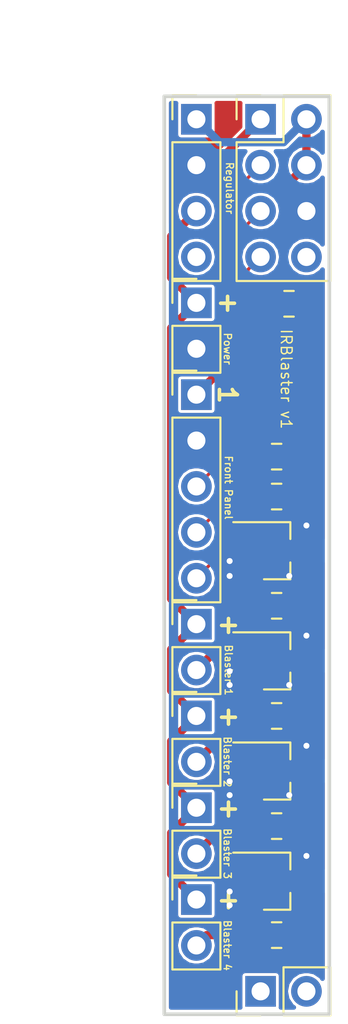
<source format=kicad_pcb>
(kicad_pcb (version 20171130) (host pcbnew "(5.0.1)-3")

  (general
    (thickness 1.6)
    (drawings 13)
    (tracks 90)
    (zones 0)
    (modules 20)
    (nets 17)
  )

  (page A4)
  (title_block
    (title "IRBlaster v1")
  )

  (layers
    (0 F.Cu signal)
    (31 B.Cu signal)
    (32 B.Adhes user)
    (33 F.Adhes user)
    (34 B.Paste user)
    (35 F.Paste user)
    (36 B.SilkS user)
    (37 F.SilkS user)
    (38 B.Mask user)
    (39 F.Mask user)
    (40 Dwgs.User user)
    (41 Cmts.User user)
    (42 Eco1.User user)
    (43 Eco2.User user)
    (44 Edge.Cuts user)
    (45 Margin user)
    (46 B.CrtYd user)
    (47 F.CrtYd user hide)
    (48 B.Fab user)
    (49 F.Fab user)
  )

  (setup
    (last_trace_width 0.1524)
    (trace_clearance 0.1524)
    (zone_clearance 0.3048)
    (zone_45_only no)
    (trace_min 0.1524)
    (segment_width 0.2)
    (edge_width 0.1)
    (via_size 0.6858)
    (via_drill 0.3302)
    (via_min_size 0.508)
    (via_min_drill 0.254)
    (uvia_size 0.508)
    (uvia_drill 0.254)
    (uvias_allowed no)
    (uvia_min_size 0.2)
    (uvia_min_drill 0.1)
    (pcb_text_width 0.3)
    (pcb_text_size 1.5 1.5)
    (mod_edge_width 0.15)
    (mod_text_size 1 1)
    (mod_text_width 0.15)
    (pad_size 1.5 1.5)
    (pad_drill 0.6)
    (pad_to_mask_clearance 0.0508)
    (solder_mask_min_width 0.25)
    (aux_axis_origin 0 0)
    (visible_elements 7FFFFF7F)
    (pcbplotparams
      (layerselection 0x010fc_ffffffff)
      (usegerberextensions false)
      (usegerberattributes false)
      (usegerberadvancedattributes false)
      (creategerberjobfile false)
      (excludeedgelayer true)
      (linewidth 0.100000)
      (plotframeref false)
      (viasonmask false)
      (mode 1)
      (useauxorigin false)
      (hpglpennumber 1)
      (hpglpenspeed 20)
      (hpglpendiameter 15.000000)
      (psnegative false)
      (psa4output false)
      (plotreference true)
      (plotvalue true)
      (plotinvisibletext false)
      (padsonsilk false)
      (subtractmaskfromsilk false)
      (outputformat 1)
      (mirror false)
      (drillshape 1)
      (scaleselection 1)
      (outputdirectory ""))
  )

  (net 0 "")
  (net 1 /GND)
  (net 2 /5V)
  (net 3 /IR_IN)
  (net 4 /STATUS)
  (net 5 /IR_OUT)
  (net 6 /3.3V)
  (net 7 /12V)
  (net 8 "Net-(Q1-Pad1)")
  (net 9 "Net-(Q1-Pad3)")
  (net 10 "Net-(Q2-Pad3)")
  (net 11 "Net-(Q3-Pad3)")
  (net 12 "Net-(Q4-Pad3)")
  (net 13 /IRB_1)
  (net 14 /IRB_2)
  (net 15 /IRB_3)
  (net 16 /IRB_4)

  (net_class Default "This is the default net class."
    (clearance 0.1524)
    (trace_width 0.1524)
    (via_dia 0.6858)
    (via_drill 0.3302)
    (uvia_dia 0.508)
    (uvia_drill 0.254)
  )

  (net_class IR ""
    (clearance 0.1524)
    (trace_width 0.4572)
    (via_dia 0.6858)
    (via_drill 0.3302)
    (uvia_dia 0.508)
    (uvia_drill 0.254)
    (add_net /IRB_1)
    (add_net /IRB_2)
    (add_net /IRB_3)
    (add_net /IRB_4)
    (add_net "Net-(Q1-Pad3)")
    (add_net "Net-(Q2-Pad3)")
    (add_net "Net-(Q3-Pad3)")
    (add_net "Net-(Q4-Pad3)")
  )

  (net_class Power ""
    (clearance 0.1524)
    (trace_width 0.4572)
    (via_dia 0.6858)
    (via_drill 0.3302)
    (uvia_dia 0.508)
    (uvia_drill 0.254)
    (add_net /12V)
    (add_net /3.3V)
    (add_net /5V)
    (add_net /GND)
  )

  (net_class Signal ""
    (clearance 0.1524)
    (trace_width 0.1778)
    (via_dia 0.6858)
    (via_drill 0.3302)
    (uvia_dia 0.508)
    (uvia_drill 0.254)
    (add_net /IR_IN)
    (add_net /IR_OUT)
    (add_net /STATUS)
    (add_net "Net-(Q1-Pad1)")
  )

  (module Connector_PinHeader_2.54mm:PinHeader_2x04_P2.54mm_Vertical (layer F.Cu) (tedit 5DBD07B2) (tstamp 5DC1EB4C)
    (at 147.32 81.28)
    (descr "Through hole straight pin header, 2x04, 2.54mm pitch, double rows")
    (tags "Through hole pin header THT 2x04 2.54mm double row")
    (path /5DBD7C42)
    (fp_text reference J1 (at 1.27 -2.33) (layer F.SilkS) hide
      (effects (font (size 1 1) (thickness 0.15)))
    )
    (fp_text value "Raspberry Pi" (at 1.27 9.95) (layer F.Fab) hide
      (effects (font (size 1 1) (thickness 0.15)))
    )
    (fp_line (start 0 -1.27) (end 3.81 -1.27) (layer F.Fab) (width 0.1))
    (fp_line (start 3.81 -1.27) (end 3.81 8.89) (layer F.Fab) (width 0.1))
    (fp_line (start 3.81 8.89) (end -1.27 8.89) (layer F.Fab) (width 0.1))
    (fp_line (start -1.27 8.89) (end -1.27 0) (layer F.Fab) (width 0.1))
    (fp_line (start -1.27 0) (end 0 -1.27) (layer F.Fab) (width 0.1))
    (fp_line (start -1.33 8.95) (end 3.87 8.95) (layer F.SilkS) (width 0.12))
    (fp_line (start -1.33 1.27) (end -1.33 8.95) (layer F.SilkS) (width 0.12))
    (fp_line (start 3.87 -1.33) (end 3.87 8.95) (layer F.SilkS) (width 0.12))
    (fp_line (start -1.33 1.27) (end 1.27 1.27) (layer F.SilkS) (width 0.12))
    (fp_line (start 1.27 1.27) (end 1.27 -1.33) (layer F.SilkS) (width 0.12))
    (fp_line (start 1.27 -1.33) (end 3.87 -1.33) (layer F.SilkS) (width 0.12))
    (fp_line (start -1.33 0) (end -1.33 -1.33) (layer F.SilkS) (width 0.12))
    (fp_line (start -1.33 -1.33) (end 0 -1.33) (layer F.SilkS) (width 0.12))
    (fp_line (start -1.8 -1.8) (end -1.8 9.4) (layer F.CrtYd) (width 0.05))
    (fp_line (start -1.8 9.4) (end 4.35 9.4) (layer F.CrtYd) (width 0.05))
    (fp_line (start 4.35 9.4) (end 4.35 -1.8) (layer F.CrtYd) (width 0.05))
    (fp_line (start 4.35 -1.8) (end -1.8 -1.8) (layer F.CrtYd) (width 0.05))
    (fp_text user %R (at 1.27 3.81 90) (layer F.Fab) hide
      (effects (font (size 1 1) (thickness 0.15)))
    )
    (pad 1 thru_hole rect (at 0 0) (size 1.7 1.7) (drill 1) (layers *.Cu *.Mask)
      (net 6 /3.3V))
    (pad 2 thru_hole oval (at 2.54 0) (size 1.7 1.7) (drill 1) (layers *.Cu *.Mask)
      (net 2 /5V))
    (pad 3 thru_hole oval (at 0 2.54) (size 1.7 1.7) (drill 1) (layers *.Cu *.Mask)
      (net 3 /IR_IN))
    (pad 4 thru_hole oval (at 2.54 2.54) (size 1.7 1.7) (drill 1) (layers *.Cu *.Mask)
      (net 2 /5V))
    (pad 5 thru_hole oval (at 0 5.08) (size 1.7 1.7) (drill 1) (layers *.Cu *.Mask)
      (net 4 /STATUS))
    (pad 6 thru_hole oval (at 2.54 5.08) (size 1.7 1.7) (drill 1) (layers *.Cu *.Mask)
      (net 1 /GND))
    (pad 7 thru_hole oval (at 0 7.62) (size 1.7 1.7) (drill 1) (layers *.Cu *.Mask)
      (net 5 /IR_OUT))
    (pad 8 thru_hole oval (at 2.54 7.62) (size 1.7 1.7) (drill 1) (layers *.Cu *.Mask))
    (model ${KISYS3DMOD}/Connector_PinHeader_2.54mm.3dshapes/PinHeader_2x04_P2.54mm_Vertical.wrl
      (at (xyz 0 0 0))
      (scale (xyz 1 1 1))
      (rotate (xyz 0 0 0))
    )
  )

  (module Resistor_SMD:R_0805_2012Metric_Pad1.15x1.40mm_HandSolder (layer F.Cu) (tedit 5DC1D8C4) (tstamp 5DC1EF6E)
    (at 148.209 120.396)
    (descr "Resistor SMD 0805 (2012 Metric), square (rectangular) end terminal, IPC_7351 nominal with elongated pad for handsoldering. (Body size source: https://docs.google.com/spreadsheets/d/1BsfQQcO9C6DZCsRaXUlFlo91Tg2WpOkGARC1WS5S8t0/edit?usp=sharing), generated with kicad-footprint-generator")
    (tags "resistor handsolder")
    (path /5DBDB627)
    (attr smd)
    (fp_text reference R5 (at 0 0) (layer F.Fab)
      (effects (font (size 0.4 0.4) (thickness 0.075)))
    )
    (fp_text value 0 (at 0 0.3175) (layer F.Fab)
      (effects (font (size 0.1 0.1) (thickness 0.015)))
    )
    (fp_text user %R (at 0 0) (layer F.Fab) hide
      (effects (font (size 0.5 0.5) (thickness 0.08)))
    )
    (fp_line (start 1.85 0.95) (end -1.85 0.95) (layer F.CrtYd) (width 0.05))
    (fp_line (start 1.85 -0.95) (end 1.85 0.95) (layer F.CrtYd) (width 0.05))
    (fp_line (start -1.85 -0.95) (end 1.85 -0.95) (layer F.CrtYd) (width 0.05))
    (fp_line (start -1.85 0.95) (end -1.85 -0.95) (layer F.CrtYd) (width 0.05))
    (fp_line (start -0.261252 0.71) (end 0.261252 0.71) (layer F.SilkS) (width 0.12))
    (fp_line (start -0.261252 -0.71) (end 0.261252 -0.71) (layer F.SilkS) (width 0.12))
    (fp_line (start 1 0.6) (end -1 0.6) (layer F.Fab) (width 0.1))
    (fp_line (start 1 -0.6) (end 1 0.6) (layer F.Fab) (width 0.1))
    (fp_line (start -1 -0.6) (end 1 -0.6) (layer F.Fab) (width 0.1))
    (fp_line (start -1 0.6) (end -1 -0.6) (layer F.Fab) (width 0.1))
    (pad 2 smd roundrect (at 1.025 0) (size 1.15 1.4) (layers F.Cu F.Paste F.Mask) (roundrect_rratio 0.217391)
      (net 11 "Net-(Q3-Pad3)"))
    (pad 1 smd roundrect (at -1.025 0) (size 1.15 1.4) (layers F.Cu F.Paste F.Mask) (roundrect_rratio 0.217391)
      (net 15 /IRB_3))
    (model ${KISYS3DMOD}/Resistor_SMD.3dshapes/R_0805_2012Metric.wrl
      (at (xyz 0 0 0))
      (scale (xyz 1 1 1))
      (rotate (xyz 0 0 0))
    )
  )

  (module Pin_Headers:Pin_Header_Straight_1x04_Pitch2.54mm (layer F.Cu) (tedit 5DC1B609) (tstamp 5DC1EE31)
    (at 143.764 81.28)
    (descr "Through hole straight pin header, 1x04, 2.54mm pitch, single row")
    (tags "Through hole pin header THT 1x04 2.54mm single row")
    (path /5DBC6553)
    (fp_text reference J3 (at 0 -2.33) (layer F.SilkS) hide
      (effects (font (size 1 1) (thickness 0.15)))
    )
    (fp_text value Regulator (at 1.8415 3.81 -90 unlocked) (layer F.SilkS)
      (effects (font (size 0.4 0.4) (thickness 0.075)))
    )
    (fp_text user %R (at 0 3.81 90) (layer F.Fab) hide
      (effects (font (size 1 1) (thickness 0.15)))
    )
    (fp_line (start 1.8 -1.8) (end -1.8 -1.8) (layer F.CrtYd) (width 0.05))
    (fp_line (start 1.8 9.4) (end 1.8 -1.8) (layer F.CrtYd) (width 0.05))
    (fp_line (start -1.8 9.4) (end 1.8 9.4) (layer F.CrtYd) (width 0.05))
    (fp_line (start -1.8 -1.8) (end -1.8 9.4) (layer F.CrtYd) (width 0.05))
    (fp_line (start -1.33 -1.33) (end 0 -1.33) (layer F.SilkS) (width 0.12))
    (fp_line (start -1.33 0) (end -1.33 -1.33) (layer F.SilkS) (width 0.12))
    (fp_line (start -1.33 1.27) (end 1.33 1.27) (layer F.SilkS) (width 0.12))
    (fp_line (start 1.33 1.27) (end 1.33 8.95) (layer F.SilkS) (width 0.12))
    (fp_line (start -1.33 1.27) (end -1.33 8.95) (layer F.SilkS) (width 0.12))
    (fp_line (start -1.33 8.95) (end 1.33 8.95) (layer F.SilkS) (width 0.12))
    (fp_line (start -1.27 -0.635) (end -0.635 -1.27) (layer F.Fab) (width 0.1))
    (fp_line (start -1.27 8.89) (end -1.27 -0.635) (layer F.Fab) (width 0.1))
    (fp_line (start 1.27 8.89) (end -1.27 8.89) (layer F.Fab) (width 0.1))
    (fp_line (start 1.27 -1.27) (end 1.27 8.89) (layer F.Fab) (width 0.1))
    (fp_line (start -0.635 -1.27) (end 1.27 -1.27) (layer F.Fab) (width 0.1))
    (pad 4 thru_hole oval (at 0 7.62) (size 1.7 1.7) (drill 1) (layers *.Cu *.Mask))
    (pad 3 thru_hole oval (at 0 5.08) (size 1.7 1.7) (drill 1) (layers *.Cu *.Mask)
      (net 7 /12V))
    (pad 2 thru_hole oval (at 0 2.54) (size 1.7 1.7) (drill 1) (layers *.Cu *.Mask)
      (net 1 /GND))
    (pad 1 thru_hole rect (at 0 0) (size 1.7 1.7) (drill 1) (layers *.Cu *.Mask)
      (net 2 /5V))
    (model ${KISYS3DMOD}/Pin_Headers.3dshapes/Pin_Header_Straight_1x04_Pitch2.54mm.wrl
      (at (xyz 0 0 0))
      (scale (xyz 1 1 1))
      (rotate (xyz 0 0 0))
    )
  )

  (module Pin_Headers:Pin_Header_Straight_1x05_Pitch2.54mm (layer F.Cu) (tedit 5DC1B694) (tstamp 5DC1EF2E)
    (at 143.764 96.52)
    (descr "Through hole straight pin header, 1x05, 2.54mm pitch, single row")
    (tags "Through hole pin header THT 1x05 2.54mm single row")
    (path /5DBC660A)
    (fp_text reference J4 (at 0 -2.33) (layer F.SilkS) hide
      (effects (font (size 1 1) (thickness 0.15)))
    )
    (fp_text value "Front Panel" (at 1.778 5.1435 270 unlocked) (layer F.SilkS)
      (effects (font (size 0.4 0.4) (thickness 0.075)))
    )
    (fp_text user %R (at 0 5.08 90) (layer F.Fab)
      (effects (font (size 1 1) (thickness 0.15)))
    )
    (fp_line (start 1.8 -1.8) (end -1.8 -1.8) (layer F.CrtYd) (width 0.05))
    (fp_line (start 1.8 11.95) (end 1.8 -1.8) (layer F.CrtYd) (width 0.05))
    (fp_line (start -1.8 11.95) (end 1.8 11.95) (layer F.CrtYd) (width 0.05))
    (fp_line (start -1.8 -1.8) (end -1.8 11.95) (layer F.CrtYd) (width 0.05))
    (fp_line (start -1.33 -1.33) (end 0 -1.33) (layer F.SilkS) (width 0.12))
    (fp_line (start -1.33 0) (end -1.33 -1.33) (layer F.SilkS) (width 0.12))
    (fp_line (start -1.33 1.27) (end 1.33 1.27) (layer F.SilkS) (width 0.12))
    (fp_line (start 1.33 1.27) (end 1.33 11.49) (layer F.SilkS) (width 0.12))
    (fp_line (start -1.33 1.27) (end -1.33 11.49) (layer F.SilkS) (width 0.12))
    (fp_line (start -1.33 11.49) (end 1.33 11.49) (layer F.SilkS) (width 0.12))
    (fp_line (start -1.27 -0.635) (end -0.635 -1.27) (layer F.Fab) (width 0.1))
    (fp_line (start -1.27 11.43) (end -1.27 -0.635) (layer F.Fab) (width 0.1))
    (fp_line (start 1.27 11.43) (end -1.27 11.43) (layer F.Fab) (width 0.1))
    (fp_line (start 1.27 -1.27) (end 1.27 11.43) (layer F.Fab) (width 0.1))
    (fp_line (start -0.635 -1.27) (end 1.27 -1.27) (layer F.Fab) (width 0.1))
    (pad 5 thru_hole oval (at 0 10.16) (size 1.7 1.7) (drill 1) (layers *.Cu *.Mask)
      (net 5 /IR_OUT))
    (pad 4 thru_hole oval (at 0 7.62) (size 1.7 1.7) (drill 1) (layers *.Cu *.Mask)
      (net 4 /STATUS))
    (pad 3 thru_hole oval (at 0 5.08) (size 1.7 1.7) (drill 1) (layers *.Cu *.Mask)
      (net 3 /IR_IN))
    (pad 2 thru_hole oval (at 0 2.54) (size 1.7 1.7) (drill 1) (layers *.Cu *.Mask)
      (net 1 /GND))
    (pad 1 thru_hole rect (at 0 0) (size 1.7 1.7) (drill 1) (layers *.Cu *.Mask)
      (net 6 /3.3V))
    (model ${KISYS3DMOD}/Pin_Headers.3dshapes/Pin_Header_Straight_1x05_Pitch2.54mm.wrl
      (at (xyz 0 0 0))
      (scale (xyz 1 1 1))
      (rotate (xyz 0 0 0))
    )
  )

  (module Package_TO_SOT_SMD:SOT-23_Handsoldering (layer F.Cu) (tedit 5DBD0794) (tstamp 5DC1EEEE)
    (at 148.209 105.156)
    (descr "SOT-23, Handsoldering")
    (tags SOT-23)
    (path /5DBD1E97)
    (attr smd)
    (fp_text reference Q1 (at 0 -2.5) (layer F.SilkS) hide
      (effects (font (size 1 1) (thickness 0.15)))
    )
    (fp_text value IRLML6244 (at 0 2.5) (layer F.Fab) hide
      (effects (font (size 1 1) (thickness 0.15)))
    )
    (fp_text user %R (at 0 0 90) (layer F.Fab) hide
      (effects (font (size 0.5 0.5) (thickness 0.075)))
    )
    (fp_line (start 0.76 1.58) (end 0.76 0.65) (layer F.SilkS) (width 0.12))
    (fp_line (start 0.76 -1.58) (end 0.76 -0.65) (layer F.SilkS) (width 0.12))
    (fp_line (start -2.7 -1.75) (end 2.7 -1.75) (layer F.CrtYd) (width 0.05))
    (fp_line (start 2.7 -1.75) (end 2.7 1.75) (layer F.CrtYd) (width 0.05))
    (fp_line (start 2.7 1.75) (end -2.7 1.75) (layer F.CrtYd) (width 0.05))
    (fp_line (start -2.7 1.75) (end -2.7 -1.75) (layer F.CrtYd) (width 0.05))
    (fp_line (start 0.76 -1.58) (end -2.4 -1.58) (layer F.SilkS) (width 0.12))
    (fp_line (start -0.7 -0.95) (end -0.7 1.5) (layer F.Fab) (width 0.1))
    (fp_line (start -0.15 -1.52) (end 0.7 -1.52) (layer F.Fab) (width 0.1))
    (fp_line (start -0.7 -0.95) (end -0.15 -1.52) (layer F.Fab) (width 0.1))
    (fp_line (start 0.7 -1.52) (end 0.7 1.52) (layer F.Fab) (width 0.1))
    (fp_line (start -0.7 1.52) (end 0.7 1.52) (layer F.Fab) (width 0.1))
    (fp_line (start 0.76 1.58) (end -0.7 1.58) (layer F.SilkS) (width 0.12))
    (pad 1 smd rect (at -1.5 -0.95) (size 1.9 0.8) (layers F.Cu F.Paste F.Mask)
      (net 8 "Net-(Q1-Pad1)"))
    (pad 2 smd rect (at -1.5 0.95) (size 1.9 0.8) (layers F.Cu F.Paste F.Mask)
      (net 1 /GND))
    (pad 3 smd rect (at 1.5 0) (size 1.9 0.8) (layers F.Cu F.Paste F.Mask)
      (net 9 "Net-(Q1-Pad3)"))
    (model ${KISYS3DMOD}/Package_TO_SOT_SMD.3dshapes/SOT-23.wrl
      (at (xyz 0 0 0))
      (scale (xyz 1 1 1))
      (rotate (xyz 0 0 0))
    )
  )

  (module Package_TO_SOT_SMD:SOT-23_Handsoldering (layer F.Cu) (tedit 5DBD0797) (tstamp 5DC1EEB2)
    (at 148.209 111.252)
    (descr "SOT-23, Handsoldering")
    (tags SOT-23)
    (path /5DBD20BB)
    (attr smd)
    (fp_text reference Q2 (at 0 -2.5) (layer F.SilkS) hide
      (effects (font (size 1 1) (thickness 0.15)))
    )
    (fp_text value IRLML6244 (at 0 2.5) (layer F.Fab) hide
      (effects (font (size 1 1) (thickness 0.15)))
    )
    (fp_line (start 0.76 1.58) (end -0.7 1.58) (layer F.SilkS) (width 0.12))
    (fp_line (start -0.7 1.52) (end 0.7 1.52) (layer F.Fab) (width 0.1))
    (fp_line (start 0.7 -1.52) (end 0.7 1.52) (layer F.Fab) (width 0.1))
    (fp_line (start -0.7 -0.95) (end -0.15 -1.52) (layer F.Fab) (width 0.1))
    (fp_line (start -0.15 -1.52) (end 0.7 -1.52) (layer F.Fab) (width 0.1))
    (fp_line (start -0.7 -0.95) (end -0.7 1.5) (layer F.Fab) (width 0.1))
    (fp_line (start 0.76 -1.58) (end -2.4 -1.58) (layer F.SilkS) (width 0.12))
    (fp_line (start -2.7 1.75) (end -2.7 -1.75) (layer F.CrtYd) (width 0.05))
    (fp_line (start 2.7 1.75) (end -2.7 1.75) (layer F.CrtYd) (width 0.05))
    (fp_line (start 2.7 -1.75) (end 2.7 1.75) (layer F.CrtYd) (width 0.05))
    (fp_line (start -2.7 -1.75) (end 2.7 -1.75) (layer F.CrtYd) (width 0.05))
    (fp_line (start 0.76 -1.58) (end 0.76 -0.65) (layer F.SilkS) (width 0.12))
    (fp_line (start 0.76 1.58) (end 0.76 0.65) (layer F.SilkS) (width 0.12))
    (fp_text user %R (at 0 0 90) (layer F.Fab) hide
      (effects (font (size 0.5 0.5) (thickness 0.075)))
    )
    (pad 3 smd rect (at 1.5 0) (size 1.9 0.8) (layers F.Cu F.Paste F.Mask)
      (net 10 "Net-(Q2-Pad3)"))
    (pad 2 smd rect (at -1.5 0.95) (size 1.9 0.8) (layers F.Cu F.Paste F.Mask)
      (net 1 /GND))
    (pad 1 smd rect (at -1.5 -0.95) (size 1.9 0.8) (layers F.Cu F.Paste F.Mask)
      (net 8 "Net-(Q1-Pad1)"))
    (model ${KISYS3DMOD}/Package_TO_SOT_SMD.3dshapes/SOT-23.wrl
      (at (xyz 0 0 0))
      (scale (xyz 1 1 1))
      (rotate (xyz 0 0 0))
    )
  )

  (module Connector_PinHeader_2.54mm:PinHeader_1x02_P2.54mm_Vertical (layer F.Cu) (tedit 5DC1B5FB) (tstamp 5DC1EE74)
    (at 143.764 91.44)
    (descr "Through hole straight pin header, 1x02, 2.54mm pitch, single row")
    (tags "Through hole pin header THT 1x02 2.54mm single row")
    (path /5DBC66E4)
    (fp_text reference J2 (at 0 -2.33) (layer F.SilkS) hide
      (effects (font (size 1 1) (thickness 0.15)))
    )
    (fp_text value Power (at 1.7272 2.54 270 unlocked) (layer F.SilkS)
      (effects (font (size 0.4 0.4) (thickness 0.075)))
    )
    (fp_line (start -0.635 -1.27) (end 1.27 -1.27) (layer F.Fab) (width 0.1))
    (fp_line (start 1.27 -1.27) (end 1.27 3.81) (layer F.Fab) (width 0.1))
    (fp_line (start 1.27 3.81) (end -1.27 3.81) (layer F.Fab) (width 0.1))
    (fp_line (start -1.27 3.81) (end -1.27 -0.635) (layer F.Fab) (width 0.1))
    (fp_line (start -1.27 -0.635) (end -0.635 -1.27) (layer F.Fab) (width 0.1))
    (fp_line (start -1.33 3.87) (end 1.33 3.87) (layer F.SilkS) (width 0.12))
    (fp_line (start -1.33 1.27) (end -1.33 3.87) (layer F.SilkS) (width 0.12))
    (fp_line (start 1.33 1.27) (end 1.33 3.87) (layer F.SilkS) (width 0.12))
    (fp_line (start -1.33 1.27) (end 1.33 1.27) (layer F.SilkS) (width 0.12))
    (fp_line (start -1.33 0) (end -1.33 -1.33) (layer F.SilkS) (width 0.12))
    (fp_line (start -1.33 -1.33) (end 0 -1.33) (layer F.SilkS) (width 0.12))
    (fp_line (start -1.8 -1.8) (end -1.8 4.35) (layer F.CrtYd) (width 0.05))
    (fp_line (start -1.8 4.35) (end 1.8 4.35) (layer F.CrtYd) (width 0.05))
    (fp_line (start 1.8 4.35) (end 1.8 -1.8) (layer F.CrtYd) (width 0.05))
    (fp_line (start 1.8 -1.8) (end -1.8 -1.8) (layer F.CrtYd) (width 0.05))
    (fp_text user %R (at 0 1.27 90) (layer F.Fab) hide
      (effects (font (size 1 1) (thickness 0.15)))
    )
    (pad 1 thru_hole rect (at 0 0) (size 1.7 1.7) (drill 1) (layers *.Cu *.Mask)
      (net 7 /12V))
    (pad 2 thru_hole oval (at 0 2.54) (size 1.7 1.7) (drill 1) (layers *.Cu *.Mask)
      (net 1 /GND))
    (model ${KISYS3DMOD}/Connector_PinHeader_2.54mm.3dshapes/PinHeader_1x02_P2.54mm_Vertical.wrl
      (at (xyz 0 0 0))
      (scale (xyz 1 1 1))
      (rotate (xyz 0 0 0))
    )
  )

  (module Capacitor_SMD:C_0805_2012Metric_Pad1.15x1.40mm_HandSolder (layer F.Cu) (tedit 5DC1DE72) (tstamp 5DC1EC11)
    (at 148.8948 91.4908)
    (descr "Capacitor SMD 0805 (2012 Metric), square (rectangular) end terminal, IPC_7351 nominal with elongated pad for handsoldering. (Body size source: https://docs.google.com/spreadsheets/d/1BsfQQcO9C6DZCsRaXUlFlo91Tg2WpOkGARC1WS5S8t0/edit?usp=sharing), generated with kicad-footprint-generator")
    (tags "capacitor handsolder")
    (path /5DBDB2F4)
    (attr smd)
    (fp_text reference C1 (at 0 0) (layer F.Fab)
      (effects (font (size 0.4 0.4) (thickness 0.075)))
    )
    (fp_text value 10uF (at 0.0127 0.3302) (layer F.Fab)
      (effects (font (size 0.1 0.1) (thickness 0.015)))
    )
    (fp_line (start -1 0.6) (end -1 -0.6) (layer F.Fab) (width 0.1))
    (fp_line (start -1 -0.6) (end 1 -0.6) (layer F.Fab) (width 0.1))
    (fp_line (start 1 -0.6) (end 1 0.6) (layer F.Fab) (width 0.1))
    (fp_line (start 1 0.6) (end -1 0.6) (layer F.Fab) (width 0.1))
    (fp_line (start -0.261252 -0.71) (end 0.261252 -0.71) (layer F.SilkS) (width 0.12))
    (fp_line (start -0.261252 0.71) (end 0.261252 0.71) (layer F.SilkS) (width 0.12))
    (fp_line (start -1.85 0.95) (end -1.85 -0.95) (layer F.CrtYd) (width 0.05))
    (fp_line (start -1.85 -0.95) (end 1.85 -0.95) (layer F.CrtYd) (width 0.05))
    (fp_line (start 1.85 -0.95) (end 1.85 0.95) (layer F.CrtYd) (width 0.05))
    (fp_line (start 1.85 0.95) (end -1.85 0.95) (layer F.CrtYd) (width 0.05))
    (fp_text user %R (at 0 0) (layer F.Fab) hide
      (effects (font (size 0.5 0.5) (thickness 0.08)))
    )
    (pad 1 smd roundrect (at -1.025 0) (size 1.15 1.4) (layers F.Cu F.Paste F.Mask) (roundrect_rratio 0.217391)
      (net 2 /5V))
    (pad 2 smd roundrect (at 1.025 0) (size 1.15 1.4) (layers F.Cu F.Paste F.Mask) (roundrect_rratio 0.217391)
      (net 1 /GND))
    (model ${KISYS3DMOD}/Capacitor_SMD.3dshapes/C_0805_2012Metric.wrl
      (at (xyz 0 0 0))
      (scale (xyz 1 1 1))
      (rotate (xyz 0 0 0))
    )
  )

  (module Resistor_SMD:R_0805_2012Metric_Pad1.15x1.40mm_HandSolder (layer F.Cu) (tedit 5DC1D84E) (tstamp 5DC1EC41)
    (at 148.209 99.949)
    (descr "Resistor SMD 0805 (2012 Metric), square (rectangular) end terminal, IPC_7351 nominal with elongated pad for handsoldering. (Body size source: https://docs.google.com/spreadsheets/d/1BsfQQcO9C6DZCsRaXUlFlo91Tg2WpOkGARC1WS5S8t0/edit?usp=sharing), generated with kicad-footprint-generator")
    (tags "resistor handsolder")
    (path /5DBC6D56)
    (attr smd)
    (fp_text reference R1 (at 0 0) (layer F.Fab)
      (effects (font (size 0.4 0.4) (thickness 0.075)))
    )
    (fp_text value 10K (at 0 0.3175) (layer F.Fab)
      (effects (font (size 0.1 0.1) (thickness 0.015)))
    )
    (fp_text user %R (at 0 0) (layer F.Fab) hide
      (effects (font (size 0.5 0.5) (thickness 0.08)))
    )
    (fp_line (start 1.85 0.95) (end -1.85 0.95) (layer F.CrtYd) (width 0.05))
    (fp_line (start 1.85 -0.95) (end 1.85 0.95) (layer F.CrtYd) (width 0.05))
    (fp_line (start -1.85 -0.95) (end 1.85 -0.95) (layer F.CrtYd) (width 0.05))
    (fp_line (start -1.85 0.95) (end -1.85 -0.95) (layer F.CrtYd) (width 0.05))
    (fp_line (start -0.261252 0.71) (end 0.261252 0.71) (layer F.SilkS) (width 0.12))
    (fp_line (start -0.261252 -0.71) (end 0.261252 -0.71) (layer F.SilkS) (width 0.12))
    (fp_line (start 1 0.6) (end -1 0.6) (layer F.Fab) (width 0.1))
    (fp_line (start 1 -0.6) (end 1 0.6) (layer F.Fab) (width 0.1))
    (fp_line (start -1 -0.6) (end 1 -0.6) (layer F.Fab) (width 0.1))
    (fp_line (start -1 0.6) (end -1 -0.6) (layer F.Fab) (width 0.1))
    (pad 2 smd roundrect (at 1.025 0) (size 1.15 1.4) (layers F.Cu F.Paste F.Mask) (roundrect_rratio 0.217391)
      (net 1 /GND))
    (pad 1 smd roundrect (at -1.025 0) (size 1.15 1.4) (layers F.Cu F.Paste F.Mask) (roundrect_rratio 0.217391)
      (net 5 /IR_OUT))
    (model ${KISYS3DMOD}/Resistor_SMD.3dshapes/R_0805_2012Metric.wrl
      (at (xyz 0 0 0))
      (scale (xyz 1 1 1))
      (rotate (xyz 0 0 0))
    )
  )

  (module Resistor_SMD:R_0805_2012Metric_Pad1.15x1.40mm_HandSolder (layer F.Cu) (tedit 5DC1D838) (tstamp 5DC1EDCA)
    (at 148.209 102.1588 180)
    (descr "Resistor SMD 0805 (2012 Metric), square (rectangular) end terminal, IPC_7351 nominal with elongated pad for handsoldering. (Body size source: https://docs.google.com/spreadsheets/d/1BsfQQcO9C6DZCsRaXUlFlo91Tg2WpOkGARC1WS5S8t0/edit?usp=sharing), generated with kicad-footprint-generator")
    (tags "resistor handsolder")
    (path /5DBC793D)
    (attr smd)
    (fp_text reference R2 (at 0 0 180) (layer F.Fab)
      (effects (font (size 0.4 0.4) (thickness 0.075)))
    )
    (fp_text value 100 (at 0 -0.3175 180) (layer F.Fab)
      (effects (font (size 0.1 0.1) (thickness 0.015)))
    )
    (fp_line (start -1 0.6) (end -1 -0.6) (layer F.Fab) (width 0.1))
    (fp_line (start -1 -0.6) (end 1 -0.6) (layer F.Fab) (width 0.1))
    (fp_line (start 1 -0.6) (end 1 0.6) (layer F.Fab) (width 0.1))
    (fp_line (start 1 0.6) (end -1 0.6) (layer F.Fab) (width 0.1))
    (fp_line (start -0.261252 -0.71) (end 0.261252 -0.71) (layer F.SilkS) (width 0.12))
    (fp_line (start -0.261252 0.71) (end 0.261252 0.71) (layer F.SilkS) (width 0.12))
    (fp_line (start -1.85 0.95) (end -1.85 -0.95) (layer F.CrtYd) (width 0.05))
    (fp_line (start -1.85 -0.95) (end 1.85 -0.95) (layer F.CrtYd) (width 0.05))
    (fp_line (start 1.85 -0.95) (end 1.85 0.95) (layer F.CrtYd) (width 0.05))
    (fp_line (start 1.85 0.95) (end -1.85 0.95) (layer F.CrtYd) (width 0.05))
    (fp_text user %R (at 0 0 180) (layer F.Fab) hide
      (effects (font (size 0.5 0.5) (thickness 0.08)))
    )
    (pad 1 smd roundrect (at -1.025 0 180) (size 1.15 1.4) (layers F.Cu F.Paste F.Mask) (roundrect_rratio 0.217391)
      (net 8 "Net-(Q1-Pad1)"))
    (pad 2 smd roundrect (at 1.025 0 180) (size 1.15 1.4) (layers F.Cu F.Paste F.Mask) (roundrect_rratio 0.217391)
      (net 5 /IR_OUT))
    (model ${KISYS3DMOD}/Resistor_SMD.3dshapes/R_0805_2012Metric.wrl
      (at (xyz 0 0 0))
      (scale (xyz 1 1 1))
      (rotate (xyz 0 0 0))
    )
  )

  (module Resistor_SMD:R_0805_2012Metric_Pad1.15x1.40mm_HandSolder (layer F.Cu) (tedit 5DC1D878) (tstamp 5DC1ECE0)
    (at 148.209 108.204)
    (descr "Resistor SMD 0805 (2012 Metric), square (rectangular) end terminal, IPC_7351 nominal with elongated pad for handsoldering. (Body size source: https://docs.google.com/spreadsheets/d/1BsfQQcO9C6DZCsRaXUlFlo91Tg2WpOkGARC1WS5S8t0/edit?usp=sharing), generated with kicad-footprint-generator")
    (tags "resistor handsolder")
    (path /5DBC78D7)
    (attr smd)
    (fp_text reference R3 (at 0 0) (layer F.Fab)
      (effects (font (size 0.4 0.4) (thickness 0.075)))
    )
    (fp_text value 0 (at 0 0.3175) (layer F.Fab)
      (effects (font (size 0.1 0.1) (thickness 0.015)))
    )
    (fp_line (start -1 0.6) (end -1 -0.6) (layer F.Fab) (width 0.1))
    (fp_line (start -1 -0.6) (end 1 -0.6) (layer F.Fab) (width 0.1))
    (fp_line (start 1 -0.6) (end 1 0.6) (layer F.Fab) (width 0.1))
    (fp_line (start 1 0.6) (end -1 0.6) (layer F.Fab) (width 0.1))
    (fp_line (start -0.261252 -0.71) (end 0.261252 -0.71) (layer F.SilkS) (width 0.12))
    (fp_line (start -0.261252 0.71) (end 0.261252 0.71) (layer F.SilkS) (width 0.12))
    (fp_line (start -1.85 0.95) (end -1.85 -0.95) (layer F.CrtYd) (width 0.05))
    (fp_line (start -1.85 -0.95) (end 1.85 -0.95) (layer F.CrtYd) (width 0.05))
    (fp_line (start 1.85 -0.95) (end 1.85 0.95) (layer F.CrtYd) (width 0.05))
    (fp_line (start 1.85 0.95) (end -1.85 0.95) (layer F.CrtYd) (width 0.05))
    (fp_text user %R (at 0 0) (layer F.Fab) hide
      (effects (font (size 0.5 0.5) (thickness 0.08)))
    )
    (pad 1 smd roundrect (at -1.025 0) (size 1.15 1.4) (layers F.Cu F.Paste F.Mask) (roundrect_rratio 0.217391)
      (net 13 /IRB_1))
    (pad 2 smd roundrect (at 1.025 0) (size 1.15 1.4) (layers F.Cu F.Paste F.Mask) (roundrect_rratio 0.217391)
      (net 9 "Net-(Q1-Pad3)"))
    (model ${KISYS3DMOD}/Resistor_SMD.3dshapes/R_0805_2012Metric.wrl
      (at (xyz 0 0 0))
      (scale (xyz 1 1 1))
      (rotate (xyz 0 0 0))
    )
  )

  (module Resistor_SMD:R_0805_2012Metric_Pad1.15x1.40mm_HandSolder (layer F.Cu) (tedit 5DC1D8A4) (tstamp 5DC1ECB0)
    (at 148.209 114.3)
    (descr "Resistor SMD 0805 (2012 Metric), square (rectangular) end terminal, IPC_7351 nominal with elongated pad for handsoldering. (Body size source: https://docs.google.com/spreadsheets/d/1BsfQQcO9C6DZCsRaXUlFlo91Tg2WpOkGARC1WS5S8t0/edit?usp=sharing), generated with kicad-footprint-generator")
    (tags "resistor handsolder")
    (path /5DBC8AAB)
    (attr smd)
    (fp_text reference R4 (at 0 0) (layer F.Fab)
      (effects (font (size 0.4 0.4) (thickness 0.075)))
    )
    (fp_text value 0 (at 0 0.3175) (layer F.Fab)
      (effects (font (size 0.1 0.1) (thickness 0.015)))
    )
    (fp_line (start -1 0.6) (end -1 -0.6) (layer F.Fab) (width 0.1))
    (fp_line (start -1 -0.6) (end 1 -0.6) (layer F.Fab) (width 0.1))
    (fp_line (start 1 -0.6) (end 1 0.6) (layer F.Fab) (width 0.1))
    (fp_line (start 1 0.6) (end -1 0.6) (layer F.Fab) (width 0.1))
    (fp_line (start -0.261252 -0.71) (end 0.261252 -0.71) (layer F.SilkS) (width 0.12))
    (fp_line (start -0.261252 0.71) (end 0.261252 0.71) (layer F.SilkS) (width 0.12))
    (fp_line (start -1.85 0.95) (end -1.85 -0.95) (layer F.CrtYd) (width 0.05))
    (fp_line (start -1.85 -0.95) (end 1.85 -0.95) (layer F.CrtYd) (width 0.05))
    (fp_line (start 1.85 -0.95) (end 1.85 0.95) (layer F.CrtYd) (width 0.05))
    (fp_line (start 1.85 0.95) (end -1.85 0.95) (layer F.CrtYd) (width 0.05))
    (fp_text user %R (at 0 0) (layer F.Fab) hide
      (effects (font (size 0.5 0.5) (thickness 0.08)))
    )
    (pad 1 smd roundrect (at -1.025 0) (size 1.15 1.4) (layers F.Cu F.Paste F.Mask) (roundrect_rratio 0.217391)
      (net 14 /IRB_2))
    (pad 2 smd roundrect (at 1.025 0) (size 1.15 1.4) (layers F.Cu F.Paste F.Mask) (roundrect_rratio 0.217391)
      (net 10 "Net-(Q2-Pad3)"))
    (model ${KISYS3DMOD}/Resistor_SMD.3dshapes/R_0805_2012Metric.wrl
      (at (xyz 0 0 0))
      (scale (xyz 1 1 1))
      (rotate (xyz 0 0 0))
    )
  )

  (module Resistor_SMD:R_0805_2012Metric_Pad1.15x1.40mm_HandSolder (layer F.Cu) (tedit 5DC1D8E0) (tstamp 5DC1EDFA)
    (at 148.209 126.4285)
    (descr "Resistor SMD 0805 (2012 Metric), square (rectangular) end terminal, IPC_7351 nominal with elongated pad for handsoldering. (Body size source: https://docs.google.com/spreadsheets/d/1BsfQQcO9C6DZCsRaXUlFlo91Tg2WpOkGARC1WS5S8t0/edit?usp=sharing), generated with kicad-footprint-generator")
    (tags "resistor handsolder")
    (path /5DBDF64E)
    (attr smd)
    (fp_text reference R6 (at 0 0) (layer F.Fab)
      (effects (font (size 0.4 0.4) (thickness 0.075)))
    )
    (fp_text value 0 (at 0 0.3175) (layer F.Fab)
      (effects (font (size 0.1 0.1) (thickness 0.015)))
    )
    (fp_text user %R (at 0 0) (layer F.Fab) hide
      (effects (font (size 0.5 0.5) (thickness 0.08)))
    )
    (fp_line (start 1.85 0.95) (end -1.85 0.95) (layer F.CrtYd) (width 0.05))
    (fp_line (start 1.85 -0.95) (end 1.85 0.95) (layer F.CrtYd) (width 0.05))
    (fp_line (start -1.85 -0.95) (end 1.85 -0.95) (layer F.CrtYd) (width 0.05))
    (fp_line (start -1.85 0.95) (end -1.85 -0.95) (layer F.CrtYd) (width 0.05))
    (fp_line (start -0.261252 0.71) (end 0.261252 0.71) (layer F.SilkS) (width 0.12))
    (fp_line (start -0.261252 -0.71) (end 0.261252 -0.71) (layer F.SilkS) (width 0.12))
    (fp_line (start 1 0.6) (end -1 0.6) (layer F.Fab) (width 0.1))
    (fp_line (start 1 -0.6) (end 1 0.6) (layer F.Fab) (width 0.1))
    (fp_line (start -1 -0.6) (end 1 -0.6) (layer F.Fab) (width 0.1))
    (fp_line (start -1 0.6) (end -1 -0.6) (layer F.Fab) (width 0.1))
    (pad 2 smd roundrect (at 1.025 0) (size 1.15 1.4) (layers F.Cu F.Paste F.Mask) (roundrect_rratio 0.217391)
      (net 12 "Net-(Q4-Pad3)"))
    (pad 1 smd roundrect (at -1.025 0) (size 1.15 1.4) (layers F.Cu F.Paste F.Mask) (roundrect_rratio 0.217391)
      (net 16 /IRB_4))
    (model ${KISYS3DMOD}/Resistor_SMD.3dshapes/R_0805_2012Metric.wrl
      (at (xyz 0 0 0))
      (scale (xyz 1 1 1))
      (rotate (xyz 0 0 0))
    )
  )

  (module Package_TO_SOT_SMD:SOT-23_Handsoldering (layer F.Cu) (tedit 5DBDA87B) (tstamp 5DC1EB9A)
    (at 148.209 117.348)
    (descr "SOT-23, Handsoldering")
    (tags SOT-23)
    (path /5DBDB69B)
    (attr smd)
    (fp_text reference Q3 (at 0 -2.5) (layer F.SilkS) hide
      (effects (font (size 1 1) (thickness 0.15)))
    )
    (fp_text value IRLML6244 (at 0 2.5) (layer F.Fab) hide
      (effects (font (size 1 1) (thickness 0.15)))
    )
    (fp_text user %R (at 0 0 90) (layer F.Fab) hide
      (effects (font (size 0.5 0.5) (thickness 0.075)))
    )
    (fp_line (start 0.76 1.58) (end 0.76 0.65) (layer F.SilkS) (width 0.12))
    (fp_line (start 0.76 -1.58) (end 0.76 -0.65) (layer F.SilkS) (width 0.12))
    (fp_line (start -2.7 -1.75) (end 2.7 -1.75) (layer F.CrtYd) (width 0.05))
    (fp_line (start 2.7 -1.75) (end 2.7 1.75) (layer F.CrtYd) (width 0.05))
    (fp_line (start 2.7 1.75) (end -2.7 1.75) (layer F.CrtYd) (width 0.05))
    (fp_line (start -2.7 1.75) (end -2.7 -1.75) (layer F.CrtYd) (width 0.05))
    (fp_line (start 0.76 -1.58) (end -2.4 -1.58) (layer F.SilkS) (width 0.12))
    (fp_line (start -0.7 -0.95) (end -0.7 1.5) (layer F.Fab) (width 0.1))
    (fp_line (start -0.15 -1.52) (end 0.7 -1.52) (layer F.Fab) (width 0.1))
    (fp_line (start -0.7 -0.95) (end -0.15 -1.52) (layer F.Fab) (width 0.1))
    (fp_line (start 0.7 -1.52) (end 0.7 1.52) (layer F.Fab) (width 0.1))
    (fp_line (start -0.7 1.52) (end 0.7 1.52) (layer F.Fab) (width 0.1))
    (fp_line (start 0.76 1.58) (end -0.7 1.58) (layer F.SilkS) (width 0.12))
    (pad 1 smd rect (at -1.5 -0.95) (size 1.9 0.8) (layers F.Cu F.Paste F.Mask)
      (net 8 "Net-(Q1-Pad1)"))
    (pad 2 smd rect (at -1.5 0.95) (size 1.9 0.8) (layers F.Cu F.Paste F.Mask)
      (net 1 /GND))
    (pad 3 smd rect (at 1.5 0) (size 1.9 0.8) (layers F.Cu F.Paste F.Mask)
      (net 11 "Net-(Q3-Pad3)"))
    (model ${KISYS3DMOD}/Package_TO_SOT_SMD.3dshapes/SOT-23.wrl
      (at (xyz 0 0 0))
      (scale (xyz 1 1 1))
      (rotate (xyz 0 0 0))
    )
  )

  (module Package_TO_SOT_SMD:SOT-23_Handsoldering (layer F.Cu) (tedit 5DBDA877) (tstamp 5DC1ED53)
    (at 148.209 123.444)
    (descr "SOT-23, Handsoldering")
    (tags SOT-23)
    (path /5DBDF6C4)
    (attr smd)
    (fp_text reference Q4 (at 0 -2.5) (layer F.SilkS) hide
      (effects (font (size 1 1) (thickness 0.15)))
    )
    (fp_text value IRLML6244 (at 0 2.5) (layer F.Fab) hide
      (effects (font (size 1 1) (thickness 0.15)))
    )
    (fp_line (start 0.76 1.58) (end -0.7 1.58) (layer F.SilkS) (width 0.12))
    (fp_line (start -0.7 1.52) (end 0.7 1.52) (layer F.Fab) (width 0.1))
    (fp_line (start 0.7 -1.52) (end 0.7 1.52) (layer F.Fab) (width 0.1))
    (fp_line (start -0.7 -0.95) (end -0.15 -1.52) (layer F.Fab) (width 0.1))
    (fp_line (start -0.15 -1.52) (end 0.7 -1.52) (layer F.Fab) (width 0.1))
    (fp_line (start -0.7 -0.95) (end -0.7 1.5) (layer F.Fab) (width 0.1))
    (fp_line (start 0.76 -1.58) (end -2.4 -1.58) (layer F.SilkS) (width 0.12))
    (fp_line (start -2.7 1.75) (end -2.7 -1.75) (layer F.CrtYd) (width 0.05))
    (fp_line (start 2.7 1.75) (end -2.7 1.75) (layer F.CrtYd) (width 0.05))
    (fp_line (start 2.7 -1.75) (end 2.7 1.75) (layer F.CrtYd) (width 0.05))
    (fp_line (start -2.7 -1.75) (end 2.7 -1.75) (layer F.CrtYd) (width 0.05))
    (fp_line (start 0.76 -1.58) (end 0.76 -0.65) (layer F.SilkS) (width 0.12))
    (fp_line (start 0.76 1.58) (end 0.76 0.65) (layer F.SilkS) (width 0.12))
    (fp_text user %R (at 0 0 90) (layer F.Fab) hide
      (effects (font (size 0.5 0.5) (thickness 0.075)))
    )
    (pad 3 smd rect (at 1.5 0) (size 1.9 0.8) (layers F.Cu F.Paste F.Mask)
      (net 12 "Net-(Q4-Pad3)"))
    (pad 2 smd rect (at -1.5 0.95) (size 1.9 0.8) (layers F.Cu F.Paste F.Mask)
      (net 1 /GND))
    (pad 1 smd rect (at -1.5 -0.95) (size 1.9 0.8) (layers F.Cu F.Paste F.Mask)
      (net 8 "Net-(Q1-Pad1)"))
    (model ${KISYS3DMOD}/Package_TO_SOT_SMD.3dshapes/SOT-23.wrl
      (at (xyz 0 0 0))
      (scale (xyz 1 1 1))
      (rotate (xyz 0 0 0))
    )
  )

  (module Connector_PinHeader_2.54mm:PinHeader_1x02_P2.54mm_Vertical (layer F.Cu) (tedit 5DC1B793) (tstamp 5DC1EC76)
    (at 143.764 119.38)
    (descr "Through hole straight pin header, 1x02, 2.54mm pitch, single row")
    (tags "Through hole pin header THT 1x02 2.54mm single row")
    (path /5DBDCB2F)
    (fp_text reference J7 (at 0 -2.33) (layer F.Fab) hide
      (effects (font (size 1 1) (thickness 0.15)))
    )
    (fp_text value "Blaster 3" (at 1.7145 2.54 270 unlocked) (layer F.SilkS)
      (effects (font (size 0.4 0.4) (thickness 0.075)))
    )
    (fp_line (start -0.635 -1.27) (end 1.27 -1.27) (layer F.Fab) (width 0.1))
    (fp_line (start 1.27 -1.27) (end 1.27 3.81) (layer F.Fab) (width 0.1))
    (fp_line (start 1.27 3.81) (end -1.27 3.81) (layer F.Fab) (width 0.1))
    (fp_line (start -1.27 3.81) (end -1.27 -0.635) (layer F.Fab) (width 0.1))
    (fp_line (start -1.27 -0.635) (end -0.635 -1.27) (layer F.Fab) (width 0.1))
    (fp_line (start -1.33 3.87) (end 1.33 3.87) (layer F.SilkS) (width 0.12))
    (fp_line (start -1.33 1.27) (end -1.33 3.87) (layer F.SilkS) (width 0.12))
    (fp_line (start 1.33 1.27) (end 1.33 3.87) (layer F.SilkS) (width 0.12))
    (fp_line (start -1.33 1.27) (end 1.33 1.27) (layer F.SilkS) (width 0.12))
    (fp_line (start -1.33 0) (end -1.33 -1.33) (layer F.SilkS) (width 0.12))
    (fp_line (start -1.33 -1.33) (end 0 -1.33) (layer F.SilkS) (width 0.12))
    (fp_line (start -1.8 -1.8) (end -1.8 4.35) (layer F.CrtYd) (width 0.05))
    (fp_line (start -1.8 4.35) (end 1.8 4.35) (layer F.CrtYd) (width 0.05))
    (fp_line (start 1.8 4.35) (end 1.8 -1.8) (layer F.CrtYd) (width 0.05))
    (fp_line (start 1.8 -1.8) (end -1.8 -1.8) (layer F.CrtYd) (width 0.05))
    (fp_text user %R (at 0 1.27 90) (layer F.Fab) hide
      (effects (font (size 1 1) (thickness 0.15)))
    )
    (pad 1 thru_hole rect (at 0 0) (size 1.7 1.7) (drill 1) (layers *.Cu *.Mask)
      (net 7 /12V))
    (pad 2 thru_hole oval (at 0 2.54) (size 1.7 1.7) (drill 1) (layers *.Cu *.Mask)
      (net 15 /IRB_3))
    (model ${KISYS3DMOD}/Connector_PinHeader_2.54mm.3dshapes/PinHeader_1x02_P2.54mm_Vertical.wrl
      (at (xyz 0 0 0))
      (scale (xyz 1 1 1))
      (rotate (xyz 0 0 0))
    )
  )

  (module Connector_PinHeader_2.54mm:PinHeader_1x02_P2.54mm_Vertical (layer F.Cu) (tedit 5DC1B7BF) (tstamp 5DC1ED90)
    (at 143.764 124.46)
    (descr "Through hole straight pin header, 1x02, 2.54mm pitch, single row")
    (tags "Through hole pin header THT 1x02 2.54mm single row")
    (path /5DBDF73A)
    (fp_text reference J8 (at 0 -2.33) (layer F.Fab) hide
      (effects (font (size 1 1) (thickness 0.15)))
    )
    (fp_text value "Blaster 4" (at 1.7145 2.54 270 unlocked) (layer F.SilkS)
      (effects (font (size 0.4 0.4) (thickness 0.075)))
    )
    (fp_text user %R (at 0 1.27 90) (layer F.Fab) hide
      (effects (font (size 1 1) (thickness 0.15)))
    )
    (fp_line (start 1.8 -1.8) (end -1.8 -1.8) (layer F.CrtYd) (width 0.05))
    (fp_line (start 1.8 4.35) (end 1.8 -1.8) (layer F.CrtYd) (width 0.05))
    (fp_line (start -1.8 4.35) (end 1.8 4.35) (layer F.CrtYd) (width 0.05))
    (fp_line (start -1.8 -1.8) (end -1.8 4.35) (layer F.CrtYd) (width 0.05))
    (fp_line (start -1.33 -1.33) (end 0 -1.33) (layer F.SilkS) (width 0.12))
    (fp_line (start -1.33 0) (end -1.33 -1.33) (layer F.SilkS) (width 0.12))
    (fp_line (start -1.33 1.27) (end 1.33 1.27) (layer F.SilkS) (width 0.12))
    (fp_line (start 1.33 1.27) (end 1.33 3.87) (layer F.SilkS) (width 0.12))
    (fp_line (start -1.33 1.27) (end -1.33 3.87) (layer F.SilkS) (width 0.12))
    (fp_line (start -1.33 3.87) (end 1.33 3.87) (layer F.SilkS) (width 0.12))
    (fp_line (start -1.27 -0.635) (end -0.635 -1.27) (layer F.Fab) (width 0.1))
    (fp_line (start -1.27 3.81) (end -1.27 -0.635) (layer F.Fab) (width 0.1))
    (fp_line (start 1.27 3.81) (end -1.27 3.81) (layer F.Fab) (width 0.1))
    (fp_line (start 1.27 -1.27) (end 1.27 3.81) (layer F.Fab) (width 0.1))
    (fp_line (start -0.635 -1.27) (end 1.27 -1.27) (layer F.Fab) (width 0.1))
    (pad 2 thru_hole oval (at 0 2.54) (size 1.7 1.7) (drill 1) (layers *.Cu *.Mask)
      (net 16 /IRB_4))
    (pad 1 thru_hole rect (at 0 0) (size 1.7 1.7) (drill 1) (layers *.Cu *.Mask)
      (net 7 /12V))
    (model ${KISYS3DMOD}/Connector_PinHeader_2.54mm.3dshapes/PinHeader_1x02_P2.54mm_Vertical.wrl
      (at (xyz 0 0 0))
      (scale (xyz 1 1 1))
      (rotate (xyz 0 0 0))
    )
  )

  (module Connector_PinHeader_2.54mm:PinHeader_1x02_P2.54mm_Vertical (layer F.Cu) (tedit 5DC1B6D3) (tstamp 5DC1F2AC)
    (at 143.764 109.22)
    (descr "Through hole straight pin header, 1x02, 2.54mm pitch, single row")
    (tags "Through hole pin header THT 1x02 2.54mm single row")
    (path /5DBC672C)
    (fp_text reference J5 (at 0 -2.33) (layer F.Fab) hide
      (effects (font (size 1 1) (thickness 0.15)))
    )
    (fp_text value "Blaster 1" (at 1.778 2.54 270 unlocked) (layer F.SilkS)
      (effects (font (size 0.4 0.4) (thickness 0.075)))
    )
    (fp_text user %R (at 0 1.27 90) (layer F.Fab) hide
      (effects (font (size 1 1) (thickness 0.15)))
    )
    (fp_line (start 1.8 -1.8) (end -1.8 -1.8) (layer F.CrtYd) (width 0.05))
    (fp_line (start 1.8 4.35) (end 1.8 -1.8) (layer F.CrtYd) (width 0.05))
    (fp_line (start -1.8 4.35) (end 1.8 4.35) (layer F.CrtYd) (width 0.05))
    (fp_line (start -1.8 -1.8) (end -1.8 4.35) (layer F.CrtYd) (width 0.05))
    (fp_line (start -1.33 -1.33) (end 0 -1.33) (layer F.SilkS) (width 0.12))
    (fp_line (start -1.33 0) (end -1.33 -1.33) (layer F.SilkS) (width 0.12))
    (fp_line (start -1.33 1.27) (end 1.33 1.27) (layer F.SilkS) (width 0.12))
    (fp_line (start 1.33 1.27) (end 1.33 3.87) (layer F.SilkS) (width 0.12))
    (fp_line (start -1.33 1.27) (end -1.33 3.87) (layer F.SilkS) (width 0.12))
    (fp_line (start -1.33 3.87) (end 1.33 3.87) (layer F.SilkS) (width 0.12))
    (fp_line (start -1.27 -0.635) (end -0.635 -1.27) (layer F.Fab) (width 0.1))
    (fp_line (start -1.27 3.81) (end -1.27 -0.635) (layer F.Fab) (width 0.1))
    (fp_line (start 1.27 3.81) (end -1.27 3.81) (layer F.Fab) (width 0.1))
    (fp_line (start 1.27 -1.27) (end 1.27 3.81) (layer F.Fab) (width 0.1))
    (fp_line (start -0.635 -1.27) (end 1.27 -1.27) (layer F.Fab) (width 0.1))
    (pad 2 thru_hole oval (at 0 2.54) (size 1.7 1.7) (drill 1) (layers *.Cu *.Mask)
      (net 13 /IRB_1))
    (pad 1 thru_hole rect (at 0 0) (size 1.7 1.7) (drill 1) (layers *.Cu *.Mask)
      (net 7 /12V))
    (model ${KISYS3DMOD}/Connector_PinHeader_2.54mm.3dshapes/PinHeader_1x02_P2.54mm_Vertical.wrl
      (at (xyz 0 0 0))
      (scale (xyz 1 1 1))
      (rotate (xyz 0 0 0))
    )
  )

  (module Connector_PinHeader_2.54mm:PinHeader_1x02_P2.54mm_Vertical (layer F.Cu) (tedit 5DC1B76C) (tstamp 5DC1EBD7)
    (at 143.764 114.3)
    (descr "Through hole straight pin header, 1x02, 2.54mm pitch, single row")
    (tags "Through hole pin header THT 1x02 2.54mm single row")
    (path /5DBC676C)
    (fp_text reference J6 (at 0 -2.33) (layer F.Fab) hide
      (effects (font (size 1 1) (thickness 0.15)))
    )
    (fp_text value "Blaster 2" (at 1.7145 2.54 270 unlocked) (layer F.SilkS)
      (effects (font (size 0.4 0.4) (thickness 0.075)))
    )
    (fp_line (start -0.635 -1.27) (end 1.27 -1.27) (layer F.Fab) (width 0.1))
    (fp_line (start 1.27 -1.27) (end 1.27 3.81) (layer F.Fab) (width 0.1))
    (fp_line (start 1.27 3.81) (end -1.27 3.81) (layer F.Fab) (width 0.1))
    (fp_line (start -1.27 3.81) (end -1.27 -0.635) (layer F.Fab) (width 0.1))
    (fp_line (start -1.27 -0.635) (end -0.635 -1.27) (layer F.Fab) (width 0.1))
    (fp_line (start -1.33 3.87) (end 1.33 3.87) (layer F.SilkS) (width 0.12))
    (fp_line (start -1.33 1.27) (end -1.33 3.87) (layer F.SilkS) (width 0.12))
    (fp_line (start 1.33 1.27) (end 1.33 3.87) (layer F.SilkS) (width 0.12))
    (fp_line (start -1.33 1.27) (end 1.33 1.27) (layer F.SilkS) (width 0.12))
    (fp_line (start -1.33 0) (end -1.33 -1.33) (layer F.SilkS) (width 0.12))
    (fp_line (start -1.33 -1.33) (end 0 -1.33) (layer F.SilkS) (width 0.12))
    (fp_line (start -1.8 -1.8) (end -1.8 4.35) (layer F.CrtYd) (width 0.05))
    (fp_line (start -1.8 4.35) (end 1.8 4.35) (layer F.CrtYd) (width 0.05))
    (fp_line (start 1.8 4.35) (end 1.8 -1.8) (layer F.CrtYd) (width 0.05))
    (fp_line (start 1.8 -1.8) (end -1.8 -1.8) (layer F.CrtYd) (width 0.05))
    (fp_text user %R (at 0 1.27 90) (layer F.Fab) hide
      (effects (font (size 1 1) (thickness 0.15)))
    )
    (pad 1 thru_hole rect (at 0 0) (size 1.7 1.7) (drill 1) (layers *.Cu *.Mask)
      (net 7 /12V))
    (pad 2 thru_hole oval (at 0 2.54) (size 1.7 1.7) (drill 1) (layers *.Cu *.Mask)
      (net 14 /IRB_2))
    (model ${KISYS3DMOD}/Connector_PinHeader_2.54mm.3dshapes/PinHeader_1x02_P2.54mm_Vertical.wrl
      (at (xyz 0 0 0))
      (scale (xyz 1 1 1))
      (rotate (xyz 0 0 0))
    )
  )

  (module Pin_Headers:Pin_Header_Straight_1x02_Pitch2.54mm (layer F.Cu) (tedit 5DC1D996) (tstamp 5DC1EAC9)
    (at 147.32 129.54 90)
    (descr "Through hole straight pin header, 1x02, 2.54mm pitch, single row")
    (tags "Through hole pin header THT 1x02 2.54mm single row")
    (fp_text reference REF** (at 0 0 90) (layer F.Fab) hide
      (effects (font (size 1 1) (thickness 0.15)))
    )
    (fp_text value Support (at 0 0 90) (layer F.Fab) hide
      (effects (font (size 1 1) (thickness 0.15)))
    )
    (fp_line (start -0.635 -1.27) (end 1.27 -1.27) (layer F.Fab) (width 0.1))
    (fp_line (start 1.27 -1.27) (end 1.27 3.81) (layer F.Fab) (width 0.1))
    (fp_line (start 1.27 3.81) (end -1.27 3.81) (layer F.Fab) (width 0.1))
    (fp_line (start -1.27 3.81) (end -1.27 -0.635) (layer F.Fab) (width 0.1))
    (fp_line (start -1.27 -0.635) (end -0.635 -1.27) (layer F.Fab) (width 0.1))
    (fp_line (start -1.33 3.87) (end 1.33 3.87) (layer F.SilkS) (width 0.12))
    (fp_line (start -1.33 1.27) (end -1.33 3.87) (layer F.SilkS) (width 0.12))
    (fp_line (start 1.33 1.27) (end 1.33 3.87) (layer F.SilkS) (width 0.12))
    (fp_line (start -1.33 1.27) (end 1.33 1.27) (layer F.SilkS) (width 0.12))
    (fp_line (start -1.33 0) (end -1.33 -1.33) (layer F.SilkS) (width 0.12))
    (fp_line (start -1.33 -1.33) (end 0 -1.33) (layer F.SilkS) (width 0.12))
    (fp_line (start -1.8 -1.8) (end -1.8 4.35) (layer F.CrtYd) (width 0.05))
    (fp_line (start -1.8 4.35) (end 1.8 4.35) (layer F.CrtYd) (width 0.05))
    (fp_line (start 1.8 4.35) (end 1.8 -1.8) (layer F.CrtYd) (width 0.05))
    (fp_line (start 1.8 -1.8) (end -1.8 -1.8) (layer F.CrtYd) (width 0.05))
    (fp_text user %R (at 0 0 180) (layer F.Fab) hide
      (effects (font (size 1 1) (thickness 0.15)))
    )
    (pad 1 thru_hole rect (at 0 0 90) (size 1.7 1.7) (drill 1) (layers *.Cu *.Mask))
    (pad 2 thru_hole oval (at 0 2.54 90) (size 1.7 1.7) (drill 1) (layers *.Cu *.Mask))
    (model ${KISYS3DMOD}/Pin_Headers.3dshapes/Pin_Header_Straight_1x02_Pitch2.54mm.wrl
      (at (xyz 0 0 0))
      (scale (xyz 1 1 1))
      (rotate (xyz 0 0 0))
    )
  )

  (gr_text "IRBlaster v1" (at 148.7424 95.6564 270) (layer F.SilkS) (tstamp 5DC1EB12)
    (effects (font (size 0.6 0.6) (thickness 0.08)))
  )
  (dimension 50.8 (width 0.15) (layer F.Fab) (tstamp 5DC1EFED)
    (gr_text "2.0000 in" (at 138.3445 105.41 270) (layer F.Fab) (tstamp 5DC1EFED)
      (effects (font (size 1.5 1.5) (thickness 0.15)))
    )
    (feature1 (pts (xy 141.986 130.81) (xy 139.558079 130.81)))
    (feature2 (pts (xy 141.986 80.01) (xy 139.558079 80.01)))
    (crossbar (pts (xy 140.1445 80.01) (xy 140.1445 130.81)))
    (arrow1a (pts (xy 140.1445 130.81) (xy 139.558079 129.683496)))
    (arrow1b (pts (xy 140.1445 130.81) (xy 140.730921 129.683496)))
    (arrow2a (pts (xy 140.1445 80.01) (xy 139.558079 81.136504)))
    (arrow2b (pts (xy 140.1445 80.01) (xy 140.730921 81.136504)))
  )
  (dimension 9.144 (width 0.15) (layer F.Fab) (tstamp 5DC1EFF6)
    (gr_text "0.3600 in" (at 146.558 75.67) (layer F.Fab) (tstamp 5DC1EFF6)
      (effects (font (size 1.5 1.5) (thickness 0.15)))
    )
    (feature1 (pts (xy 151.13 80.01) (xy 151.13 76.883579)))
    (feature2 (pts (xy 141.986 80.01) (xy 141.986 76.883579)))
    (crossbar (pts (xy 141.986 77.47) (xy 151.13 77.47)))
    (arrow1a (pts (xy 151.13 77.47) (xy 150.003496 78.056421)))
    (arrow1b (pts (xy 151.13 77.47) (xy 150.003496 76.883579)))
    (arrow2a (pts (xy 141.986 77.47) (xy 143.112504 78.056421)))
    (arrow2b (pts (xy 141.986 77.47) (xy 143.112504 76.883579)))
  )
  (gr_text 1 (at 145.4912 96.52 270) (layer F.SilkS) (tstamp 5DC1EB0F)
    (effects (font (size 1 1) (thickness 0.2)))
  )
  (gr_text + (at 145.542 124.46) (layer F.SilkS) (tstamp 5DC1EB03)
    (effects (font (size 1 1) (thickness 0.2)))
  )
  (gr_text + (at 145.542 119.38) (layer F.SilkS) (tstamp 5DC1EB06)
    (effects (font (size 1 1) (thickness 0.2)))
  )
  (gr_text + (at 145.542 114.3) (layer F.SilkS) (tstamp 5DC1EB0C)
    (effects (font (size 1 1) (thickness 0.2)))
  )
  (gr_text + (at 145.542 109.22) (layer F.SilkS) (tstamp 5DC1F2EE)
    (effects (font (size 1 1) (thickness 0.2)))
  )
  (gr_text + (at 145.4912 91.3892) (layer F.SilkS) (tstamp 5DC1EB09)
    (effects (font (size 1 1) (thickness 0.2)))
  )
  (gr_line (start 141.986 80.01) (end 151.13 80.01) (layer Edge.Cuts) (width 0.2) (tstamp 5DC1EFF2))
  (gr_line (start 141.986 130.81) (end 141.986 80.01) (layer Edge.Cuts) (width 0.2) (tstamp 5DC1EB2A))
  (gr_line (start 151.13 130.81) (end 141.986 130.81) (layer Edge.Cuts) (width 0.2) (tstamp 5DC1EB27))
  (gr_line (start 151.13 80.01) (end 151.13 130.81) (layer Edge.Cuts) (width 0.2) (tstamp 5DC1EB2D))

  (via (at 145.6055 106.553) (size 0.6858) (drill 0.3302) (layers F.Cu B.Cu) (net 1) (tstamp 5DC1F052))
  (via (at 145.6055 105.7275) (size 0.6858) (drill 0.3302) (layers F.Cu B.Cu) (net 1) (tstamp 5DC1F031))
  (via (at 145.6055 111.8235) (size 0.6858) (drill 0.3302) (layers F.Cu B.Cu) (net 1) (tstamp 5DC1F043))
  (via (at 145.6055 112.5855) (size 0.6858) (drill 0.3302) (layers F.Cu B.Cu) (net 1) (tstamp 5DC1F02E))
  (via (at 145.6055 117.9195) (size 0.6858) (drill 0.3302) (layers F.Cu B.Cu) (net 1) (tstamp 5DC1F04C))
  (via (at 145.6055 118.6815) (size 0.6858) (drill 0.3302) (layers F.Cu B.Cu) (net 1) (tstamp 5DC1F03A))
  (via (at 145.6055 124.0155) (size 0.6858) (drill 0.3302) (layers F.Cu B.Cu) (net 1) (tstamp 5DC1F04F))
  (via (at 145.6055 124.7775) (size 0.6858) (drill 0.3302) (layers F.Cu B.Cu) (net 1) (tstamp 5DC1F034))
  (via (at 149.86 109.855) (size 0.6858) (drill 0.3302) (layers F.Cu B.Cu) (net 1) (tstamp 5DC1F040))
  (via (at 149.86 115.951) (size 0.6858) (drill 0.3302) (layers F.Cu B.Cu) (net 1) (tstamp 5DC1F049))
  (via (at 148.9075 118.6815) (size 0.6858) (drill 0.3302) (layers F.Cu B.Cu) (net 1) (tstamp 5DC1F037))
  (via (at 148.9075 112.5855) (size 0.6858) (drill 0.3302) (layers F.Cu B.Cu) (net 1) (tstamp 5DC1F046))
  (via (at 148.9075 106.553) (size 0.6858) (drill 0.3302) (layers F.Cu B.Cu) (net 1) (tstamp 5DC1F03D))
  (via (at 149.86 122.047) (size 0.6858) (drill 0.3302) (layers F.Cu B.Cu) (net 1) (tstamp 5DC1F028))
  (via (at 149.86 103.759) (size 0.6858) (drill 0.3302) (layers F.Cu B.Cu) (net 1) (tstamp 5DC1F02B))
  (segment (start 149.86 81.28) (end 149.86 83.82) (width 0.4572) (layer F.Cu) (net 2) (tstamp 5DC1F025) (status 30))
  (segment (start 148.59 90.7706) (end 147.8698 91.4908) (width 0.4572) (layer F.Cu) (net 2) (tstamp 5DC1EFA4) (status 20))
  (segment (start 149.86 83.82) (end 148.59 85.09) (width 0.4572) (layer F.Cu) (net 2) (tstamp 5DC1EFAA) (status 10))
  (segment (start 148.59 85.09) (end 148.59 90.7706) (width 0.4572) (layer F.Cu) (net 2) (tstamp 5DC1EFBF))
  (segment (start 143.764 81.28) (end 145.034 82.55) (width 0.4572) (layer B.Cu) (net 2) (tstamp 5DC1EFDA) (status 10))
  (segment (start 148.59 82.55) (end 149.86 81.28) (width 0.4572) (layer B.Cu) (net 2) (tstamp 5DC1EAFD) (status 20))
  (segment (start 145.034 82.55) (end 148.59 82.55) (width 0.4572) (layer B.Cu) (net 2) (tstamp 5DC1EAFA))
  (segment (start 145.6436 99.7204) (end 143.764 101.6) (width 0.1778) (layer F.Cu) (net 3) (tstamp 5DC1EA85) (status 20))
  (segment (start 147.32 83.82) (end 145.6436 85.4964) (width 0.1778) (layer F.Cu) (net 3) (tstamp 5DC1EA7F) (status 10))
  (segment (start 145.6436 85.4964) (end 145.6436 99.7204) (width 0.1778) (layer F.Cu) (net 3) (tstamp 5DC1F33E))
  (segment (start 147.32 86.36) (end 145.9992 87.6808) (width 0.1778) (layer F.Cu) (net 4) (tstamp 5DC1EFE3) (status 10))
  (segment (start 145.9992 101.9048) (end 145.9992 91.1225) (width 0.1778) (layer F.Cu) (net 4) (tstamp 5DC1EAA0))
  (segment (start 143.764 104.14) (end 145.9992 101.9048) (width 0.1778) (layer F.Cu) (net 4) (tstamp 5DC1EA9D) (status 10))
  (segment (start 145.9992 87.6808) (end 145.9992 91.1225) (width 0.1778) (layer F.Cu) (net 4) (tstamp 5DC1EA9A))
  (segment (start 145.9992 91.1225) (end 145.9992 91.186) (width 0.1778) (layer F.Cu) (net 4) (tstamp 5DC1EA94))
  (segment (start 143.764 106.68) (end 145.161 105.283) (width 0.1778) (layer F.Cu) (net 5) (tstamp 5DC1EA97) (status 10))
  (segment (start 145.161 105.283) (end 145.161 103.5685) (width 0.1778) (layer F.Cu) (net 5) (tstamp 5DC1EA91))
  (segment (start 146.5707 102.1588) (end 147.184 102.1588) (width 0.1778) (layer F.Cu) (net 5) (tstamp 5DC1EFB9) (status 20))
  (segment (start 145.161 103.5685) (end 146.5707 102.1588) (width 0.1778) (layer F.Cu) (net 5) (tstamp 5DC1EFB6))
  (segment (start 147.184 102.1588) (end 147.184 99.949) (width 0.1778) (layer F.Cu) (net 5) (tstamp 5DC1EFC8) (status 30))
  (segment (start 147.184 99.949) (end 146.6215 99.3865) (width 0.1778) (layer F.Cu) (net 5) (tstamp 5DC1EAAC) (status 10))
  (segment (start 146.6215 89.5985) (end 147.32 88.9) (width 0.1778) (layer F.Cu) (net 5) (tstamp 5DC1EA79) (status 30))
  (segment (start 146.6215 99.3865) (end 146.6215 89.5985) (width 0.1778) (layer F.Cu) (net 5) (tstamp 5DC1EA76) (status 20))
  (segment (start 145.1356 95.1484) (end 143.764 96.52) (width 0.4572) (layer F.Cu) (net 6) (tstamp 5DC1EFD4) (status 20))
  (segment (start 147.32 81.28) (end 145.1356 83.4644) (width 0.4572) (layer F.Cu) (net 6) (tstamp 5DC1EFE0) (status 10))
  (segment (start 145.1356 83.4644) (end 145.1356 95.1484) (width 0.4572) (layer F.Cu) (net 6) (tstamp 5DC1EFCE))
  (segment (start 143.764 86.36) (end 142.367 87.757) (width 0.4572) (layer F.Cu) (net 7) (tstamp 5DC1EFA7) (status 10))
  (segment (start 142.367 90.043) (end 143.764 91.44) (width 0.4572) (layer F.Cu) (net 7) (tstamp 5DC1EF92) (status 20))
  (segment (start 142.367 87.757) (end 142.367 90.043) (width 0.4572) (layer F.Cu) (net 7) (tstamp 5DC1EF9B))
  (segment (start 143.764 91.44) (end 142.367 92.837) (width 0.4572) (layer F.Cu) (net 7) (tstamp 5DC1EFB0) (status 10))
  (segment (start 142.367 107.823) (end 143.764 109.22) (width 0.4572) (layer F.Cu) (net 7) (tstamp 5DC1EA82) (status 20))
  (segment (start 142.367 92.837) (end 142.367 107.823) (width 0.4572) (layer F.Cu) (net 7) (tstamp 5DC1EA8E))
  (segment (start 143.764 109.22) (end 142.367 110.617) (width 0.4572) (layer F.Cu) (net 7) (tstamp 5DC1EAB2) (status 10))
  (segment (start 142.367 112.903) (end 143.764 114.3) (width 0.4572) (layer F.Cu) (net 7) (tstamp 5DC1EB21) (status 20))
  (segment (start 142.367 110.617) (end 142.367 112.903) (width 0.4572) (layer F.Cu) (net 7) (tstamp 5DC1EB1E))
  (segment (start 143.764 114.3) (end 142.367 115.697) (width 0.4572) (layer F.Cu) (net 7) (tstamp 5DC1EAA6) (status 10))
  (segment (start 142.367 117.983) (end 143.764 119.38) (width 0.4572) (layer F.Cu) (net 7) (tstamp 5DC1EB00) (status 20))
  (segment (start 142.367 115.697) (end 142.367 117.983) (width 0.4572) (layer F.Cu) (net 7) (tstamp 5DC1EAF4))
  (segment (start 143.764 119.38) (end 142.367 120.777) (width 0.4572) (layer F.Cu) (net 7) (tstamp 5DC1EAAF) (status 10))
  (segment (start 142.367 123.063) (end 143.764 124.46) (width 0.4572) (layer F.Cu) (net 7) (tstamp 5DC1EA8B) (status 20))
  (segment (start 142.367 120.777) (end 142.367 123.063) (width 0.4572) (layer F.Cu) (net 7) (tstamp 5DC1EA88))
  (segment (start 146.709 104.206) (end 147.132 104.206) (width 0.1778) (layer F.Cu) (net 8) (tstamp 5DC1F007) (status 30))
  (segment (start 147.132 104.206) (end 148.209 105.283) (width 0.1778) (layer F.Cu) (net 8) (tstamp 5DC1F01F) (status 10))
  (segment (start 148.209 105.283) (end 148.209 109.1565) (width 0.1778) (layer F.Cu) (net 8) (tstamp 5DC1F00D))
  (segment (start 147.0635 110.302) (end 146.709 110.302) (width 0.1778) (layer F.Cu) (net 8) (tstamp 5DC1F004) (status 30))
  (segment (start 148.209 109.1565) (end 147.0635 110.302) (width 0.1778) (layer F.Cu) (net 8) (tstamp 5DC1F013) (status 20))
  (segment (start 146.709 110.302) (end 146.9415 110.302) (width 0.1778) (layer F.Cu) (net 8) (tstamp 5DC1F001) (status 30))
  (segment (start 146.9415 110.302) (end 148.209 111.5695) (width 0.1778) (layer F.Cu) (net 8) (tstamp 5DC1F010) (status 10))
  (segment (start 148.209 111.5695) (end 148.209 115.443) (width 0.1778) (layer F.Cu) (net 8) (tstamp 5DC1F016))
  (segment (start 147.254 116.398) (end 146.709 116.398) (width 0.1778) (layer F.Cu) (net 8) (tstamp 5DC1F01C) (status 30))
  (segment (start 148.209 115.443) (end 147.254 116.398) (width 0.1778) (layer F.Cu) (net 8) (tstamp 5DC1F00A) (status 20))
  (segment (start 146.709 116.398) (end 148.209 117.898) (width 0.1778) (layer F.Cu) (net 8) (tstamp 5DC1EFFE) (status 10))
  (segment (start 148.209 117.898) (end 148.209 121.4755) (width 0.1778) (layer F.Cu) (net 8) (tstamp 5DC1F022))
  (segment (start 147.1905 122.494) (end 146.709 122.494) (width 0.1778) (layer F.Cu) (net 8) (tstamp 5DC1F019) (status 30))
  (segment (start 148.209 121.4755) (end 147.1905 122.494) (width 0.1778) (layer F.Cu) (net 8) (tstamp 5DC1EFFB) (status 20))
  (segment (start 147.1868 104.206) (end 146.709 104.206) (width 0.1778) (layer F.Cu) (net 8) (tstamp 5DC1EFCB) (status 30))
  (segment (start 149.234 102.1588) (end 147.1868 104.206) (width 0.1778) (layer F.Cu) (net 8) (tstamp 5DC1EFD1) (status 30))
  (segment (start 149.709 107.729) (end 149.234 108.204) (width 0.4572) (layer F.Cu) (net 9) (tstamp 5DC1EF98) (status 30))
  (segment (start 149.709 105.156) (end 149.709 107.729) (width 0.4572) (layer F.Cu) (net 9) (tstamp 5DC1EF95) (status 30))
  (segment (start 149.709 113.825) (end 149.234 114.3) (width 0.4572) (layer F.Cu) (net 10) (tstamp 5DC1EF8F) (status 30))
  (segment (start 149.709 111.252) (end 149.709 113.825) (width 0.4572) (layer F.Cu) (net 10) (tstamp 5DC1EF9E) (status 30))
  (segment (start 149.709 119.921) (end 149.234 120.396) (width 0.4572) (layer F.Cu) (net 11) (tstamp 5DC1EFA1) (status 30))
  (segment (start 149.709 117.348) (end 149.709 119.921) (width 0.4572) (layer F.Cu) (net 11) (tstamp 5DC1EFBC) (status 30))
  (segment (start 149.709 125.9535) (end 149.234 126.4285) (width 0.4572) (layer F.Cu) (net 12) (tstamp 5DC1EFB3) (status 30))
  (segment (start 149.709 123.444) (end 149.709 125.9535) (width 0.4572) (layer F.Cu) (net 12) (tstamp 5DC1EFAD) (status 30))
  (segment (start 147.184 108.204) (end 146.304 108.204) (width 0.4572) (layer F.Cu) (net 13) (tstamp 5DC1EB1B) (status 10))
  (segment (start 146.304 108.204) (end 145.161 109.347) (width 0.4572) (layer F.Cu) (net 13) (tstamp 5DC1EB24))
  (segment (start 145.161 110.363) (end 143.764 111.76) (width 0.4572) (layer F.Cu) (net 13) (tstamp 5DC1EFC2) (status 20))
  (segment (start 145.161 109.347) (end 145.161 110.363) (width 0.4572) (layer F.Cu) (net 13) (tstamp 5DC1EFC5))
  (segment (start 146.304 114.3) (end 143.764 116.84) (width 0.4572) (layer F.Cu) (net 14) (tstamp 5DC1EAA3) (status 20))
  (segment (start 147.184 114.3) (end 146.304 114.3) (width 0.4572) (layer F.Cu) (net 14) (tstamp 5DC1EFDD) (status 10))
  (segment (start 145.288 120.396) (end 143.764 121.92) (width 0.4572) (layer F.Cu) (net 15) (tstamp 5DC1EFD7) (status 20))
  (segment (start 147.184 120.396) (end 145.288 120.396) (width 0.4572) (layer F.Cu) (net 15) (tstamp 5DC1EAA9) (status 10))
  (segment (start 144.3355 126.4285) (end 143.764 127) (width 0.4572) (layer F.Cu) (net 16) (tstamp 5DC1EB18) (status 30))
  (segment (start 147.184 126.4285) (end 144.3355 126.4285) (width 0.4572) (layer F.Cu) (net 16) (tstamp 5DC1EAF7) (status 30))

  (zone (net 1) (net_name /GND) (layer F.Cu) (tstamp 5DC1EFE9) (hatch edge 0.508)
    (connect_pads yes (clearance 0.1524))
    (min_thickness 0.254)
    (fill yes (arc_segments 16) (thermal_gap 0.508) (thermal_bridge_width 0.508))
    (polygon
      (pts
        (xy 141.986 80.01) (xy 151.13 80.01) (xy 151.13 130.81) (xy 141.986 130.81)
      )
    )
    (filled_polygon
      (pts
        (xy 150.750601 122.777348) (xy 150.659 122.759127) (xy 148.759 122.759127) (xy 148.649984 122.780812) (xy 148.557564 122.842564)
        (xy 148.495812 122.934984) (xy 148.474127 123.044) (xy 148.474127 123.844) (xy 148.495812 123.953016) (xy 148.557564 124.045436)
        (xy 148.649984 124.107188) (xy 148.759 124.128873) (xy 149.201 124.128873) (xy 149.201001 125.443627) (xy 148.908999 125.443627)
        (xy 148.704312 125.484342) (xy 148.530787 125.600287) (xy 148.414842 125.773812) (xy 148.374127 125.978499) (xy 148.374127 126.878501)
        (xy 148.414842 127.083188) (xy 148.530787 127.256713) (xy 148.704312 127.372658) (xy 148.908999 127.413373) (xy 149.559001 127.413373)
        (xy 149.763688 127.372658) (xy 149.937213 127.256713) (xy 150.053158 127.083188) (xy 150.093873 126.878501) (xy 150.093873 126.291871)
        (xy 150.187525 126.151712) (xy 150.217 126.003532) (xy 150.217 126.003529) (xy 150.226951 125.953501) (xy 150.217 125.903473)
        (xy 150.217 124.128873) (xy 150.659 124.128873) (xy 150.750601 124.110652) (xy 150.750601 128.840013) (xy 150.674252 128.725748)
        (xy 150.30067 128.476129) (xy 149.971235 128.4106) (xy 149.748765 128.4106) (xy 149.41933 128.476129) (xy 149.045748 128.725748)
        (xy 148.796129 129.09933) (xy 148.708474 129.54) (xy 148.796129 129.98067) (xy 149.045748 130.354252) (xy 149.160011 130.4306)
        (xy 148.446797 130.4306) (xy 148.454873 130.39) (xy 148.454873 128.69) (xy 148.433188 128.580984) (xy 148.371436 128.488564)
        (xy 148.279016 128.426812) (xy 148.17 128.405127) (xy 146.47 128.405127) (xy 146.360984 128.426812) (xy 146.268564 128.488564)
        (xy 146.206812 128.580984) (xy 146.185127 128.69) (xy 146.185127 130.39) (xy 146.193203 130.4306) (xy 142.3654 130.4306)
        (xy 142.3654 127) (xy 142.612474 127) (xy 142.700129 127.44067) (xy 142.949748 127.814252) (xy 143.32333 128.063871)
        (xy 143.652765 128.1294) (xy 143.875235 128.1294) (xy 144.20467 128.063871) (xy 144.578252 127.814252) (xy 144.827871 127.44067)
        (xy 144.915526 127) (xy 144.902895 126.9365) (xy 146.335664 126.9365) (xy 146.364842 127.083188) (xy 146.480787 127.256713)
        (xy 146.654312 127.372658) (xy 146.858999 127.413373) (xy 147.509001 127.413373) (xy 147.713688 127.372658) (xy 147.887213 127.256713)
        (xy 148.003158 127.083188) (xy 148.043873 126.878501) (xy 148.043873 125.978499) (xy 148.003158 125.773812) (xy 147.887213 125.600287)
        (xy 147.713688 125.484342) (xy 147.509001 125.443627) (xy 146.858999 125.443627) (xy 146.654312 125.484342) (xy 146.480787 125.600287)
        (xy 146.364842 125.773812) (xy 146.335664 125.9205) (xy 144.385527 125.9205) (xy 144.335499 125.910549) (xy 144.285471 125.9205)
        (xy 144.285468 125.9205) (xy 144.205181 125.93647) (xy 144.20467 125.936129) (xy 143.875235 125.8706) (xy 143.652765 125.8706)
        (xy 143.32333 125.936129) (xy 142.949748 126.185748) (xy 142.700129 126.55933) (xy 142.612474 127) (xy 142.3654 127)
        (xy 142.3654 123.77982) (xy 142.629127 124.043547) (xy 142.629127 125.31) (xy 142.650812 125.419016) (xy 142.712564 125.511436)
        (xy 142.804984 125.573188) (xy 142.914 125.594873) (xy 144.614 125.594873) (xy 144.723016 125.573188) (xy 144.815436 125.511436)
        (xy 144.877188 125.419016) (xy 144.898873 125.31) (xy 144.898873 123.61) (xy 144.877188 123.500984) (xy 144.815436 123.408564)
        (xy 144.723016 123.346812) (xy 144.614 123.325127) (xy 143.347547 123.325127) (xy 142.875 122.85258) (xy 142.875 122.622383)
        (xy 142.949748 122.734252) (xy 143.32333 122.983871) (xy 143.652765 123.0494) (xy 143.875235 123.0494) (xy 144.20467 122.983871)
        (xy 144.578252 122.734252) (xy 144.827871 122.36067) (xy 144.915526 121.92) (xy 144.843669 121.558751) (xy 145.49842 120.904)
        (xy 146.335664 120.904) (xy 146.364842 121.050688) (xy 146.480787 121.224213) (xy 146.654312 121.340158) (xy 146.858999 121.380873)
        (xy 147.509001 121.380873) (xy 147.713688 121.340158) (xy 147.840701 121.255291) (xy 147.840701 121.322944) (xy 147.354519 121.809127)
        (xy 145.759 121.809127) (xy 145.649984 121.830812) (xy 145.557564 121.892564) (xy 145.495812 121.984984) (xy 145.474127 122.094)
        (xy 145.474127 122.894) (xy 145.495812 123.003016) (xy 145.557564 123.095436) (xy 145.649984 123.157188) (xy 145.759 123.178873)
        (xy 147.659 123.178873) (xy 147.768016 123.157188) (xy 147.860436 123.095436) (xy 147.922188 123.003016) (xy 147.943873 122.894)
        (xy 147.943873 122.261481) (xy 148.44378 121.761575) (xy 148.474529 121.741029) (xy 148.555931 121.619203) (xy 148.5773 121.511773)
        (xy 148.5773 121.511772) (xy 148.584515 121.4755) (xy 148.5773 121.439228) (xy 148.5773 121.255292) (xy 148.704312 121.340158)
        (xy 148.908999 121.380873) (xy 149.559001 121.380873) (xy 149.763688 121.340158) (xy 149.937213 121.224213) (xy 150.053158 121.050688)
        (xy 150.093873 120.846001) (xy 150.093873 120.259371) (xy 150.187525 120.119212) (xy 150.217 119.971032) (xy 150.217 119.971029)
        (xy 150.226951 119.921001) (xy 150.217 119.870973) (xy 150.217 118.032873) (xy 150.659 118.032873) (xy 150.750601 118.014652)
      )
    )
    (filled_polygon
      (pts
        (xy 146.480787 115.128213) (xy 146.654312 115.244158) (xy 146.858999 115.284873) (xy 147.509001 115.284873) (xy 147.713688 115.244158)
        (xy 147.840701 115.159291) (xy 147.840701 115.290444) (xy 147.418019 115.713127) (xy 145.759 115.713127) (xy 145.649984 115.734812)
        (xy 145.557564 115.796564) (xy 145.495812 115.888984) (xy 145.474127 115.998) (xy 145.474127 116.798) (xy 145.495812 116.907016)
        (xy 145.557564 116.999436) (xy 145.649984 117.061188) (xy 145.759 117.082873) (xy 146.873019 117.082873) (xy 147.8407 118.050555)
        (xy 147.8407 119.536709) (xy 147.713688 119.451842) (xy 147.509001 119.411127) (xy 146.858999 119.411127) (xy 146.654312 119.451842)
        (xy 146.480787 119.567787) (xy 146.364842 119.741312) (xy 146.335664 119.888) (xy 145.338026 119.888) (xy 145.287999 119.878049)
        (xy 145.237972 119.888) (xy 145.237968 119.888) (xy 145.089788 119.917475) (xy 144.921753 120.029753) (xy 144.898873 120.063995)
        (xy 144.898873 118.53) (xy 144.877188 118.420984) (xy 144.815436 118.328564) (xy 144.723016 118.266812) (xy 144.614 118.245127)
        (xy 143.347547 118.245127) (xy 142.875 117.77258) (xy 142.875 117.542383) (xy 142.949748 117.654252) (xy 143.32333 117.903871)
        (xy 143.652765 117.9694) (xy 143.875235 117.9694) (xy 144.20467 117.903871) (xy 144.578252 117.654252) (xy 144.827871 117.28067)
        (xy 144.915526 116.84) (xy 144.843669 116.478751) (xy 146.366 114.95642)
      )
    )
    (filled_polygon
      (pts
        (xy 148.649984 118.011188) (xy 148.759 118.032873) (xy 149.201 118.032873) (xy 149.201001 119.411127) (xy 148.908999 119.411127)
        (xy 148.704312 119.451842) (xy 148.5773 119.536708) (xy 148.5773 117.962623)
      )
    )
    (filled_polygon
      (pts
        (xy 150.750601 116.681348) (xy 150.659 116.663127) (xy 148.759 116.663127) (xy 148.649984 116.684812) (xy 148.557564 116.746564)
        (xy 148.495812 116.838984) (xy 148.474127 116.948) (xy 148.474127 117.632202) (xy 148.443781 117.611926) (xy 147.842964 117.01111)
        (xy 147.860436 116.999436) (xy 147.922188 116.907016) (xy 147.943873 116.798) (xy 147.943873 116.228981) (xy 148.44378 115.729075)
        (xy 148.474529 115.708529) (xy 148.555931 115.586703) (xy 148.5773 115.479273) (xy 148.5773 115.479268) (xy 148.584514 115.443)
        (xy 148.5773 115.406732) (xy 148.5773 115.159292) (xy 148.704312 115.244158) (xy 148.908999 115.284873) (xy 149.559001 115.284873)
        (xy 149.763688 115.244158) (xy 149.937213 115.128213) (xy 150.053158 114.954688) (xy 150.093873 114.750001) (xy 150.093873 114.163371)
        (xy 150.187525 114.023212) (xy 150.217 113.875032) (xy 150.217 113.875029) (xy 150.226951 113.825001) (xy 150.217 113.774973)
        (xy 150.217 111.936873) (xy 150.659 111.936873) (xy 150.750601 111.918652)
      )
    )
    (filled_polygon
      (pts
        (xy 145.495812 110.811016) (xy 145.557564 110.903436) (xy 145.649984 110.965188) (xy 145.759 110.986873) (xy 147.105519 110.986873)
        (xy 147.8407 111.722055) (xy 147.8407 113.440709) (xy 147.713688 113.355842) (xy 147.509001 113.315127) (xy 146.858999 113.315127)
        (xy 146.654312 113.355842) (xy 146.480787 113.471787) (xy 146.364842 113.645312) (xy 146.336363 113.788486) (xy 146.303999 113.782049)
        (xy 146.253971 113.792) (xy 146.253968 113.792) (xy 146.105788 113.821475) (xy 145.937753 113.933753) (xy 145.909413 113.976167)
        (xy 144.898873 114.986707) (xy 144.898873 113.45) (xy 144.877188 113.340984) (xy 144.815436 113.248564) (xy 144.723016 113.186812)
        (xy 144.614 113.165127) (xy 143.347547 113.165127) (xy 142.875 112.69258) (xy 142.875 112.462383) (xy 142.949748 112.574252)
        (xy 143.32333 112.823871) (xy 143.652765 112.8894) (xy 143.875235 112.8894) (xy 144.20467 112.823871) (xy 144.578252 112.574252)
        (xy 144.827871 112.20067) (xy 144.915526 111.76) (xy 144.843669 111.398751) (xy 145.484832 110.757588) (xy 145.485143 110.75738)
      )
    )
    (filled_polygon
      (pts
        (xy 148.649984 111.915188) (xy 148.759 111.936873) (xy 149.201 111.936873) (xy 149.201001 113.315127) (xy 148.908999 113.315127)
        (xy 148.704312 113.355842) (xy 148.5773 113.440708) (xy 148.5773 111.866623)
      )
    )
    (filled_polygon
      (pts
        (xy 150.750601 110.585348) (xy 150.659 110.567127) (xy 148.759 110.567127) (xy 148.649984 110.588812) (xy 148.557564 110.650564)
        (xy 148.495812 110.742984) (xy 148.474127 110.852) (xy 148.474127 111.303702) (xy 148.443781 111.283426) (xy 147.930348 110.769993)
        (xy 147.943873 110.702) (xy 147.943873 109.942482) (xy 148.44378 109.442575) (xy 148.474529 109.422029) (xy 148.555931 109.300203)
        (xy 148.5773 109.192773) (xy 148.5773 109.192768) (xy 148.584514 109.1565) (xy 148.5773 109.120232) (xy 148.5773 109.063292)
        (xy 148.704312 109.148158) (xy 148.908999 109.188873) (xy 149.559001 109.188873) (xy 149.763688 109.148158) (xy 149.937213 109.032213)
        (xy 150.053158 108.858688) (xy 150.093873 108.654001) (xy 150.093873 108.067371) (xy 150.187525 107.927212) (xy 150.217 107.779032)
        (xy 150.217 107.779029) (xy 150.226951 107.729001) (xy 150.217 107.678973) (xy 150.217 105.840873) (xy 150.659 105.840873)
        (xy 150.750601 105.822652)
      )
    )
    (filled_polygon
      (pts
        (xy 145.557564 104.807436) (xy 145.649984 104.869188) (xy 145.759 104.890873) (xy 147.296019 104.890873) (xy 147.8407 105.435555)
        (xy 147.840701 107.344709) (xy 147.713688 107.259842) (xy 147.509001 107.219127) (xy 146.858999 107.219127) (xy 146.654312 107.259842)
        (xy 146.480787 107.375787) (xy 146.364842 107.549312) (xy 146.336363 107.692486) (xy 146.303999 107.686049) (xy 146.253971 107.696)
        (xy 146.253968 107.696) (xy 146.105788 107.725475) (xy 145.980167 107.809412) (xy 145.980165 107.809414) (xy 145.937753 107.837753)
        (xy 145.909414 107.880165) (xy 144.898873 108.890707) (xy 144.898873 108.37) (xy 144.877188 108.260984) (xy 144.815436 108.168564)
        (xy 144.723016 108.106812) (xy 144.614 108.085127) (xy 143.347547 108.085127) (xy 142.875 107.61258) (xy 142.875 107.382383)
        (xy 142.949748 107.494252) (xy 143.32333 107.743871) (xy 143.652765 107.8094) (xy 143.875235 107.8094) (xy 144.20467 107.743871)
        (xy 144.578252 107.494252) (xy 144.827871 107.12067) (xy 144.915526 106.68) (xy 144.827871 106.23933) (xy 144.786877 106.177978)
        (xy 145.395781 105.569074) (xy 145.426529 105.548529) (xy 145.507931 105.426703) (xy 145.5293 105.319273) (xy 145.5293 105.319269)
        (xy 145.536514 105.283001) (xy 145.5293 105.246733) (xy 145.5293 104.765135)
      )
    )
    (filled_polygon
      (pts
        (xy 148.649984 105.819188) (xy 148.759 105.840873) (xy 149.201 105.840873) (xy 149.201001 107.219127) (xy 148.908999 107.219127)
        (xy 148.704312 107.259842) (xy 148.5773 107.344708) (xy 148.5773 105.770623)
      )
    )
    (filled_polygon
      (pts
        (xy 150.7506 104.489348) (xy 150.659 104.471127) (xy 148.759 104.471127) (xy 148.649984 104.492812) (xy 148.557564 104.554564)
        (xy 148.495812 104.646984) (xy 148.474127 104.756) (xy 148.474127 105.017202) (xy 148.443781 104.996926) (xy 147.943873 104.497018)
        (xy 147.943873 103.969781) (xy 148.793046 103.120608) (xy 148.908999 103.143673) (xy 149.559001 103.143673) (xy 149.763688 103.102958)
        (xy 149.937213 102.987013) (xy 150.053158 102.813488) (xy 150.093873 102.608801) (xy 150.093873 101.708799) (xy 150.053158 101.504112)
        (xy 149.937213 101.330587) (xy 149.763688 101.214642) (xy 149.559001 101.173927) (xy 148.908999 101.173927) (xy 148.704312 101.214642)
        (xy 148.530787 101.330587) (xy 148.414842 101.504112) (xy 148.374127 101.708799) (xy 148.374127 102.497818) (xy 147.891805 102.98014)
        (xy 148.003158 102.813488) (xy 148.043873 102.608801) (xy 148.043873 101.708799) (xy 148.003158 101.504112) (xy 147.887213 101.330587)
        (xy 147.713688 101.214642) (xy 147.5523 101.18254) (xy 147.5523 100.92526) (xy 147.713688 100.893158) (xy 147.887213 100.777213)
        (xy 148.003158 100.603688) (xy 148.043873 100.399001) (xy 148.043873 99.498999) (xy 148.003158 99.294312) (xy 147.887213 99.120787)
        (xy 147.713688 99.004842) (xy 147.509001 98.964127) (xy 146.9898 98.964127) (xy 146.9898 89.985845) (xy 147.208765 90.0294)
        (xy 147.431235 90.0294) (xy 147.76067 89.963871) (xy 148.082001 89.749165) (xy 148.082001 90.505927) (xy 147.544799 90.505927)
        (xy 147.340112 90.546642) (xy 147.166587 90.662587) (xy 147.050642 90.836112) (xy 147.009927 91.040799) (xy 147.009927 91.940801)
        (xy 147.050642 92.145488) (xy 147.166587 92.319013) (xy 147.340112 92.434958) (xy 147.544799 92.475673) (xy 148.194801 92.475673)
        (xy 148.399488 92.434958) (xy 148.573013 92.319013) (xy 148.688958 92.145488) (xy 148.729673 91.940801) (xy 148.729673 91.349348)
        (xy 148.913835 91.165186) (xy 148.956247 91.136847) (xy 148.984586 91.094435) (xy 148.984588 91.094433) (xy 149.028098 91.029314)
        (xy 149.068525 90.968812) (xy 149.098 90.820632) (xy 149.098 90.820628) (xy 149.107951 90.7706) (xy 149.098 90.720572)
        (xy 149.098 89.749166) (xy 149.41933 89.963871) (xy 149.748765 90.0294) (xy 149.971235 90.0294) (xy 150.30067 89.963871)
        (xy 150.674252 89.714252) (xy 150.7506 89.599989)
      )
    )
    (filled_polygon
      (pts
        (xy 145.275301 99.567844) (xy 144.266022 100.577123) (xy 144.20467 100.536129) (xy 143.875235 100.4706) (xy 143.652765 100.4706)
        (xy 143.32333 100.536129) (xy 142.949748 100.785748) (xy 142.875 100.897617) (xy 142.875 97.647115) (xy 142.914 97.654873)
        (xy 144.614 97.654873) (xy 144.723016 97.633188) (xy 144.815436 97.571436) (xy 144.877188 97.479016) (xy 144.898873 97.37)
        (xy 144.898873 96.103547) (xy 145.275301 95.727119)
      )
    )
    (filled_polygon
      (pts
        (xy 144.627601 94.937979) (xy 144.180453 95.385127) (xy 142.914 95.385127) (xy 142.875 95.392885) (xy 142.875 93.04742)
        (xy 143.347547 92.574873) (xy 144.614 92.574873) (xy 144.627601 92.572168)
      )
    )
    (filled_polygon
      (pts
        (xy 150.7506 88.200011) (xy 150.674252 88.085748) (xy 150.30067 87.836129) (xy 149.971235 87.7706) (xy 149.748765 87.7706)
        (xy 149.41933 87.836129) (xy 149.098 88.050834) (xy 149.098 85.30042) (xy 149.498751 84.899669) (xy 149.748765 84.9494)
        (xy 149.971235 84.9494) (xy 150.30067 84.883871) (xy 150.674252 84.634252) (xy 150.7506 84.519989)
      )
    )
    (filled_polygon
      (pts
        (xy 142.629127 80.43) (xy 142.629127 82.13) (xy 142.650812 82.239016) (xy 142.712564 82.331436) (xy 142.804984 82.393188)
        (xy 142.914 82.414873) (xy 144.614 82.414873) (xy 144.723016 82.393188) (xy 144.815436 82.331436) (xy 144.877188 82.239016)
        (xy 144.898873 82.13) (xy 144.898873 80.43) (xy 144.890797 80.3894) (xy 146.193203 80.3894) (xy 146.185127 80.43)
        (xy 146.185127 81.696452) (xy 144.811768 83.069812) (xy 144.769353 83.098153) (xy 144.657075 83.266189) (xy 144.6276 83.414369)
        (xy 144.6276 83.414372) (xy 144.617649 83.4644) (xy 144.6276 83.514428) (xy 144.6276 85.619603) (xy 144.578252 85.545748)
        (xy 144.20467 85.296129) (xy 143.875235 85.2306) (xy 143.652765 85.2306) (xy 143.32333 85.296129) (xy 142.949748 85.545748)
        (xy 142.700129 85.91933) (xy 142.612474 86.36) (xy 142.684331 86.721249) (xy 142.3654 87.04018) (xy 142.3654 80.3894)
        (xy 142.637203 80.3894)
      )
    )
  )
  (zone (net 1) (net_name /GND) (layer B.Cu) (tstamp 5DC1EFE6) (hatch edge 0.508)
    (connect_pads yes (clearance 0.1524))
    (min_thickness 0.254)
    (fill yes (arc_segments 16) (thermal_gap 0.508) (thermal_bridge_width 0.508))
    (polygon
      (pts
        (xy 141.986 80.01) (xy 151.13 80.01) (xy 151.13 130.81) (xy 141.986 130.81)
      )
    )
    (filled_polygon
      (pts
        (xy 142.629127 80.43) (xy 142.629127 82.13) (xy 142.650812 82.239016) (xy 142.712564 82.331436) (xy 142.804984 82.393188)
        (xy 142.914 82.414873) (xy 144.180452 82.414873) (xy 144.639414 82.873835) (xy 144.667753 82.916247) (xy 144.710165 82.944586)
        (xy 144.710167 82.944588) (xy 144.8017 83.005748) (xy 144.835788 83.028525) (xy 144.983968 83.058) (xy 144.983971 83.058)
        (xy 145.033999 83.067951) (xy 145.084027 83.058) (xy 146.470834 83.058) (xy 146.256129 83.37933) (xy 146.168474 83.82)
        (xy 146.256129 84.26067) (xy 146.505748 84.634252) (xy 146.87933 84.883871) (xy 147.208765 84.9494) (xy 147.431235 84.9494)
        (xy 147.76067 84.883871) (xy 148.134252 84.634252) (xy 148.383871 84.26067) (xy 148.471526 83.82) (xy 148.383871 83.37933)
        (xy 148.169166 83.058) (xy 148.539972 83.058) (xy 148.59 83.067951) (xy 148.640028 83.058) (xy 148.640032 83.058)
        (xy 148.788212 83.028525) (xy 148.956247 82.916247) (xy 148.984588 82.873832) (xy 149.498751 82.359669) (xy 149.748765 82.4094)
        (xy 149.971235 82.4094) (xy 150.30067 82.343871) (xy 150.674252 82.094252) (xy 150.7506 81.979989) (xy 150.7506 83.120011)
        (xy 150.674252 83.005748) (xy 150.30067 82.756129) (xy 149.971235 82.6906) (xy 149.748765 82.6906) (xy 149.41933 82.756129)
        (xy 149.045748 83.005748) (xy 148.796129 83.37933) (xy 148.708474 83.82) (xy 148.796129 84.26067) (xy 149.045748 84.634252)
        (xy 149.41933 84.883871) (xy 149.748765 84.9494) (xy 149.971235 84.9494) (xy 150.30067 84.883871) (xy 150.674252 84.634252)
        (xy 150.7506 84.519989) (xy 150.7506 88.200011) (xy 150.674252 88.085748) (xy 150.30067 87.836129) (xy 149.971235 87.7706)
        (xy 149.748765 87.7706) (xy 149.41933 87.836129) (xy 149.045748 88.085748) (xy 148.796129 88.45933) (xy 148.708474 88.9)
        (xy 148.796129 89.34067) (xy 149.045748 89.714252) (xy 149.41933 89.963871) (xy 149.748765 90.0294) (xy 149.971235 90.0294)
        (xy 150.30067 89.963871) (xy 150.674252 89.714252) (xy 150.7506 89.599989) (xy 150.750601 128.840013) (xy 150.674252 128.725748)
        (xy 150.30067 128.476129) (xy 149.971235 128.4106) (xy 149.748765 128.4106) (xy 149.41933 128.476129) (xy 149.045748 128.725748)
        (xy 148.796129 129.09933) (xy 148.708474 129.54) (xy 148.796129 129.98067) (xy 149.045748 130.354252) (xy 149.160011 130.4306)
        (xy 148.446797 130.4306) (xy 148.454873 130.39) (xy 148.454873 128.69) (xy 148.433188 128.580984) (xy 148.371436 128.488564)
        (xy 148.279016 128.426812) (xy 148.17 128.405127) (xy 146.47 128.405127) (xy 146.360984 128.426812) (xy 146.268564 128.488564)
        (xy 146.206812 128.580984) (xy 146.185127 128.69) (xy 146.185127 130.39) (xy 146.193203 130.4306) (xy 142.3654 130.4306)
        (xy 142.3654 127) (xy 142.612474 127) (xy 142.700129 127.44067) (xy 142.949748 127.814252) (xy 143.32333 128.063871)
        (xy 143.652765 128.1294) (xy 143.875235 128.1294) (xy 144.20467 128.063871) (xy 144.578252 127.814252) (xy 144.827871 127.44067)
        (xy 144.915526 127) (xy 144.827871 126.55933) (xy 144.578252 126.185748) (xy 144.20467 125.936129) (xy 143.875235 125.8706)
        (xy 143.652765 125.8706) (xy 143.32333 125.936129) (xy 142.949748 126.185748) (xy 142.700129 126.55933) (xy 142.612474 127)
        (xy 142.3654 127) (xy 142.3654 123.61) (xy 142.629127 123.61) (xy 142.629127 125.31) (xy 142.650812 125.419016)
        (xy 142.712564 125.511436) (xy 142.804984 125.573188) (xy 142.914 125.594873) (xy 144.614 125.594873) (xy 144.723016 125.573188)
        (xy 144.815436 125.511436) (xy 144.877188 125.419016) (xy 144.898873 125.31) (xy 144.898873 123.61) (xy 144.877188 123.500984)
        (xy 144.815436 123.408564) (xy 144.723016 123.346812) (xy 144.614 123.325127) (xy 142.914 123.325127) (xy 142.804984 123.346812)
        (xy 142.712564 123.408564) (xy 142.650812 123.500984) (xy 142.629127 123.61) (xy 142.3654 123.61) (xy 142.3654 121.92)
        (xy 142.612474 121.92) (xy 142.700129 122.36067) (xy 142.949748 122.734252) (xy 143.32333 122.983871) (xy 143.652765 123.0494)
        (xy 143.875235 123.0494) (xy 144.20467 122.983871) (xy 144.578252 122.734252) (xy 144.827871 122.36067) (xy 144.915526 121.92)
        (xy 144.827871 121.47933) (xy 144.578252 121.105748) (xy 144.20467 120.856129) (xy 143.875235 120.7906) (xy 143.652765 120.7906)
        (xy 143.32333 120.856129) (xy 142.949748 121.105748) (xy 142.700129 121.47933) (xy 142.612474 121.92) (xy 142.3654 121.92)
        (xy 142.3654 118.53) (xy 142.629127 118.53) (xy 142.629127 120.23) (xy 142.650812 120.339016) (xy 142.712564 120.431436)
        (xy 142.804984 120.493188) (xy 142.914 120.514873) (xy 144.614 120.514873) (xy 144.723016 120.493188) (xy 144.815436 120.431436)
        (xy 144.877188 120.339016) (xy 144.898873 120.23) (xy 144.898873 118.53) (xy 144.877188 118.420984) (xy 144.815436 118.328564)
        (xy 144.723016 118.266812) (xy 144.614 118.245127) (xy 142.914 118.245127) (xy 142.804984 118.266812) (xy 142.712564 118.328564)
        (xy 142.650812 118.420984) (xy 142.629127 118.53) (xy 142.3654 118.53) (xy 142.3654 116.84) (xy 142.612474 116.84)
        (xy 142.700129 117.28067) (xy 142.949748 117.654252) (xy 143.32333 117.903871) (xy 143.652765 117.9694) (xy 143.875235 117.9694)
        (xy 144.20467 117.903871) (xy 144.578252 117.654252) (xy 144.827871 117.28067) (xy 144.915526 116.84) (xy 144.827871 116.39933)
        (xy 144.578252 116.025748) (xy 144.20467 115.776129) (xy 143.875235 115.7106) (xy 143.652765 115.7106) (xy 143.32333 115.776129)
        (xy 142.949748 116.025748) (xy 142.700129 116.39933) (xy 142.612474 116.84) (xy 142.3654 116.84) (xy 142.3654 113.45)
        (xy 142.629127 113.45) (xy 142.629127 115.15) (xy 142.650812 115.259016) (xy 142.712564 115.351436) (xy 142.804984 115.413188)
        (xy 142.914 115.434873) (xy 144.614 115.434873) (xy 144.723016 115.413188) (xy 144.815436 115.351436) (xy 144.877188 115.259016)
        (xy 144.898873 115.15) (xy 144.898873 113.45) (xy 144.877188 113.340984) (xy 144.815436 113.248564) (xy 144.723016 113.186812)
        (xy 144.614 113.165127) (xy 142.914 113.165127) (xy 142.804984 113.186812) (xy 142.712564 113.248564) (xy 142.650812 113.340984)
        (xy 142.629127 113.45) (xy 142.3654 113.45) (xy 142.3654 111.76) (xy 142.612474 111.76) (xy 142.700129 112.20067)
        (xy 142.949748 112.574252) (xy 143.32333 112.823871) (xy 143.652765 112.8894) (xy 143.875235 112.8894) (xy 144.20467 112.823871)
        (xy 144.578252 112.574252) (xy 144.827871 112.20067) (xy 144.915526 111.76) (xy 144.827871 111.31933) (xy 144.578252 110.945748)
        (xy 144.20467 110.696129) (xy 143.875235 110.6306) (xy 143.652765 110.6306) (xy 143.32333 110.696129) (xy 142.949748 110.945748)
        (xy 142.700129 111.31933) (xy 142.612474 111.76) (xy 142.3654 111.76) (xy 142.3654 108.37) (xy 142.629127 108.37)
        (xy 142.629127 110.07) (xy 142.650812 110.179016) (xy 142.712564 110.271436) (xy 142.804984 110.333188) (xy 142.914 110.354873)
        (xy 144.614 110.354873) (xy 144.723016 110.333188) (xy 144.815436 110.271436) (xy 144.877188 110.179016) (xy 144.898873 110.07)
        (xy 144.898873 108.37) (xy 144.877188 108.260984) (xy 144.815436 108.168564) (xy 144.723016 108.106812) (xy 144.614 108.085127)
        (xy 142.914 108.085127) (xy 142.804984 108.106812) (xy 142.712564 108.168564) (xy 142.650812 108.260984) (xy 142.629127 108.37)
        (xy 142.3654 108.37) (xy 142.3654 106.68) (xy 142.612474 106.68) (xy 142.700129 107.12067) (xy 142.949748 107.494252)
        (xy 143.32333 107.743871) (xy 143.652765 107.8094) (xy 143.875235 107.8094) (xy 144.20467 107.743871) (xy 144.578252 107.494252)
        (xy 144.827871 107.12067) (xy 144.915526 106.68) (xy 144.827871 106.23933) (xy 144.578252 105.865748) (xy 144.20467 105.616129)
        (xy 143.875235 105.5506) (xy 143.652765 105.5506) (xy 143.32333 105.616129) (xy 142.949748 105.865748) (xy 142.700129 106.23933)
        (xy 142.612474 106.68) (xy 142.3654 106.68) (xy 142.3654 104.14) (xy 142.612474 104.14) (xy 142.700129 104.58067)
        (xy 142.949748 104.954252) (xy 143.32333 105.203871) (xy 143.652765 105.2694) (xy 143.875235 105.2694) (xy 144.20467 105.203871)
        (xy 144.578252 104.954252) (xy 144.827871 104.58067) (xy 144.915526 104.14) (xy 144.827871 103.69933) (xy 144.578252 103.325748)
        (xy 144.20467 103.076129) (xy 143.875235 103.0106) (xy 143.652765 103.0106) (xy 143.32333 103.076129) (xy 142.949748 103.325748)
        (xy 142.700129 103.69933) (xy 142.612474 104.14) (xy 142.3654 104.14) (xy 142.3654 101.6) (xy 142.612474 101.6)
        (xy 142.700129 102.04067) (xy 142.949748 102.414252) (xy 143.32333 102.663871) (xy 143.652765 102.7294) (xy 143.875235 102.7294)
        (xy 144.20467 102.663871) (xy 144.578252 102.414252) (xy 144.827871 102.04067) (xy 144.915526 101.6) (xy 144.827871 101.15933)
        (xy 144.578252 100.785748) (xy 144.20467 100.536129) (xy 143.875235 100.4706) (xy 143.652765 100.4706) (xy 143.32333 100.536129)
        (xy 142.949748 100.785748) (xy 142.700129 101.15933) (xy 142.612474 101.6) (xy 142.3654 101.6) (xy 142.3654 95.67)
        (xy 142.629127 95.67) (xy 142.629127 97.37) (xy 142.650812 97.479016) (xy 142.712564 97.571436) (xy 142.804984 97.633188)
        (xy 142.914 97.654873) (xy 144.614 97.654873) (xy 144.723016 97.633188) (xy 144.815436 97.571436) (xy 144.877188 97.479016)
        (xy 144.898873 97.37) (xy 144.898873 95.67) (xy 144.877188 95.560984) (xy 144.815436 95.468564) (xy 144.723016 95.406812)
        (xy 144.614 95.385127) (xy 142.914 95.385127) (xy 142.804984 95.406812) (xy 142.712564 95.468564) (xy 142.650812 95.560984)
        (xy 142.629127 95.67) (xy 142.3654 95.67) (xy 142.3654 90.59) (xy 142.629127 90.59) (xy 142.629127 92.29)
        (xy 142.650812 92.399016) (xy 142.712564 92.491436) (xy 142.804984 92.553188) (xy 142.914 92.574873) (xy 144.614 92.574873)
        (xy 144.723016 92.553188) (xy 144.815436 92.491436) (xy 144.877188 92.399016) (xy 144.898873 92.29) (xy 144.898873 90.59)
        (xy 144.877188 90.480984) (xy 144.815436 90.388564) (xy 144.723016 90.326812) (xy 144.614 90.305127) (xy 142.914 90.305127)
        (xy 142.804984 90.326812) (xy 142.712564 90.388564) (xy 142.650812 90.480984) (xy 142.629127 90.59) (xy 142.3654 90.59)
        (xy 142.3654 88.9) (xy 142.612474 88.9) (xy 142.700129 89.34067) (xy 142.949748 89.714252) (xy 143.32333 89.963871)
        (xy 143.652765 90.0294) (xy 143.875235 90.0294) (xy 144.20467 89.963871) (xy 144.578252 89.714252) (xy 144.827871 89.34067)
        (xy 144.915526 88.9) (xy 146.168474 88.9) (xy 146.256129 89.34067) (xy 146.505748 89.714252) (xy 146.87933 89.963871)
        (xy 147.208765 90.0294) (xy 147.431235 90.0294) (xy 147.76067 89.963871) (xy 148.134252 89.714252) (xy 148.383871 89.34067)
        (xy 148.471526 88.9) (xy 148.383871 88.45933) (xy 148.134252 88.085748) (xy 147.76067 87.836129) (xy 147.431235 87.7706)
        (xy 147.208765 87.7706) (xy 146.87933 87.836129) (xy 146.505748 88.085748) (xy 146.256129 88.45933) (xy 146.168474 88.9)
        (xy 144.915526 88.9) (xy 144.827871 88.45933) (xy 144.578252 88.085748) (xy 144.20467 87.836129) (xy 143.875235 87.7706)
        (xy 143.652765 87.7706) (xy 143.32333 87.836129) (xy 142.949748 88.085748) (xy 142.700129 88.45933) (xy 142.612474 88.9)
        (xy 142.3654 88.9) (xy 142.3654 86.36) (xy 142.612474 86.36) (xy 142.700129 86.80067) (xy 142.949748 87.174252)
        (xy 143.32333 87.423871) (xy 143.652765 87.4894) (xy 143.875235 87.4894) (xy 144.20467 87.423871) (xy 144.578252 87.174252)
        (xy 144.827871 86.80067) (xy 144.915526 86.36) (xy 146.168474 86.36) (xy 146.256129 86.80067) (xy 146.505748 87.174252)
        (xy 146.87933 87.423871) (xy 147.208765 87.4894) (xy 147.431235 87.4894) (xy 147.76067 87.423871) (xy 148.134252 87.174252)
        (xy 148.383871 86.80067) (xy 148.471526 86.36) (xy 148.383871 85.91933) (xy 148.134252 85.545748) (xy 147.76067 85.296129)
        (xy 147.431235 85.2306) (xy 147.208765 85.2306) (xy 146.87933 85.296129) (xy 146.505748 85.545748) (xy 146.256129 85.91933)
        (xy 146.168474 86.36) (xy 144.915526 86.36) (xy 144.827871 85.91933) (xy 144.578252 85.545748) (xy 144.20467 85.296129)
        (xy 143.875235 85.2306) (xy 143.652765 85.2306) (xy 143.32333 85.296129) (xy 142.949748 85.545748) (xy 142.700129 85.91933)
        (xy 142.612474 86.36) (xy 142.3654 86.36) (xy 142.3654 80.3894) (xy 142.637203 80.3894)
      )
    )
  )
)

</source>
